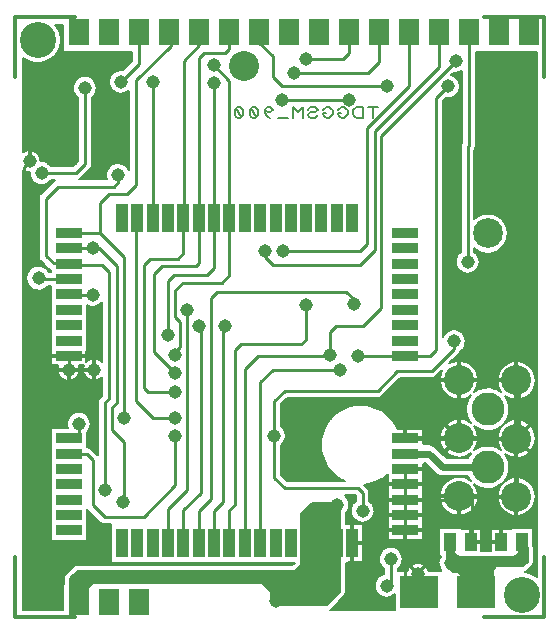
<source format=gbr>
%FSLAX23Y23*%
%MOIN*%
G04 EasyPC Gerber Version 13.0.2 Build 2807 *
%ADD97R,0.03937X0.09449*%
%ADD70R,0.04000X0.06000*%
%ADD15R,0.07000X0.08500*%
%ADD96R,0.08661X0.03543*%
%ADD10C,0.00500*%
%ADD27C,0.01100*%
%ADD11C,0.01200*%
%ADD28C,0.02300*%
%ADD26C,0.04500*%
%ADD19C,0.09900*%
%ADD18C,0.10000*%
%ADD23C,0.11000*%
%ADD16C,0.12000*%
%ADD71R,0.13000X0.11000*%
X0Y0D02*
D02*
D10*
X17052Y18498D02*
Y17033D01*
X17187*
Y17118*
X17190*
Y17138*
X17191Y17145*
X17195Y17152*
X17220Y17177*
X17227Y17181*
X17235Y17183*
X17951*
X17959Y17190*
X17346*
Y17320*
X17325*
X17319Y17320*
X17313Y17323*
X17308Y17326*
X17268Y17366*
X17267Y17368*
Y17262*
X17145*
Y17639*
X17202*
X17200Y17646*
X17200Y17653*
X17201Y17663*
X17205Y17673*
X17211Y17681*
X17220Y17687*
X17229Y17691*
X17240Y17692*
X17250Y17691*
X17260Y17687*
X17268Y17681*
X17274Y17673*
X17278Y17663*
X17280Y17653*
X17278Y17642*
X17274Y17632*
X17267Y17623*
Y17575*
X17274Y17573*
X17281Y17569*
X17301Y17549*
X17302Y17548*
Y17723*
X17302Y17728*
X17305Y17734*
X17308Y17739*
X17317Y17747*
Y17807*
X17309Y17801*
X17299Y17797*
X17289Y17796*
X17279Y17797*
X17270Y17801*
X17262Y17808*
X17256Y17817*
X17253Y17826*
X17253Y17837*
X17255Y17847*
X17239*
X17241Y17840*
X17242Y17833*
X17240Y17822*
X17236Y17812*
X17229Y17805*
X17220Y17799*
X17210Y17796*
X17199*
X17189Y17799*
X17180Y17805*
X17173Y17812*
X17169Y17822*
X17168Y17833*
X17168Y17840*
X17170Y17847*
X17148*
Y17895*
X17145*
Y18112*
X17137*
X17129Y18104*
X17119Y18098*
X17108Y18096*
X17096Y18097*
X17086Y18100*
X17076Y18107*
X17069Y18116*
X17065Y18126*
X17063Y18138*
X17064Y18148*
X17069Y18158*
X17075Y18167*
X17084Y18174*
X17094Y18178*
X17105Y18179*
X17116Y18178*
X17126Y18173*
X17134Y18167*
X17141Y18158*
X17145*
Y18165*
X17141Y18167*
X17137Y18170*
X17112Y18195*
X17108Y18200*
X17106Y18206*
X17105Y18213*
Y18403*
X17106Y18409*
X17108Y18415*
X17112Y18420*
X17152Y18460*
X17159Y18465*
X17147*
X17141Y18457*
X17132Y18452*
X17123Y18448*
X17112Y18448*
X17103Y18449*
X17093Y18454*
X17086Y18460*
X17080Y18468*
X17076Y18477*
X17075Y18488*
X17075Y18491*
X17067Y18491*
X17059Y18494*
X17052Y18498*
Y17034D02*
X17187D01*
X17052Y17037D02*
X17187D01*
X17052Y17040D02*
X17187D01*
X17052Y17043D02*
X17187D01*
X17052Y17046D02*
X17187D01*
X17052Y17049D02*
X17187D01*
X17052Y17052D02*
X17187D01*
X17052Y17055D02*
X17187D01*
X17052Y17058D02*
X17187D01*
X17052Y17061D02*
X17187D01*
X17052Y17064D02*
X17187D01*
X17052Y17067D02*
X17187D01*
X17052Y17070D02*
X17187D01*
X17052Y17073D02*
X17187D01*
X17052Y17076D02*
X17187D01*
X17052Y17079D02*
X17187D01*
X17052Y17082D02*
X17187D01*
X17052Y17085D02*
X17187D01*
X17052Y17088D02*
X17187D01*
X17052Y17091D02*
X17187D01*
X17052Y17094D02*
X17187D01*
X17052Y17097D02*
X17187D01*
X17052Y17100D02*
X17187D01*
X17052Y17103D02*
X17187D01*
X17052Y17106D02*
X17187D01*
X17052Y17109D02*
X17187D01*
X17052Y17112D02*
X17187D01*
X17052Y17115D02*
X17187D01*
X17052Y17118D02*
X17190D01*
X17052Y17121D02*
X17190D01*
X17052Y17124D02*
X17190D01*
X17052Y17127D02*
X17190D01*
X17052Y17130D02*
X17190D01*
X17052Y17133D02*
X17190D01*
X17052Y17136D02*
X17190D01*
X17052Y17139D02*
X17190D01*
X17052Y17142D02*
X17190D01*
X17052Y17145D02*
X17191D01*
X17052Y17148D02*
X17193D01*
X17052Y17151D02*
X17195D01*
X17052Y17154D02*
X17198D01*
X17052Y17157D02*
X17201D01*
X17052Y17160D02*
X17204D01*
X17052Y17163D02*
X17207D01*
X17052Y17166D02*
X17210D01*
X17052Y17169D02*
X17213D01*
X17052Y17172D02*
X17216D01*
X17052Y17175D02*
X17219D01*
X17052Y17178D02*
X17222D01*
X17052Y17181D02*
X17227D01*
X17052Y17184D02*
X17953D01*
X17052Y17187D02*
X17956D01*
X17052Y17190D02*
X17346D01*
X17052Y17193D02*
X17346D01*
X17052Y17196D02*
X17346D01*
X17052Y17199D02*
X17346D01*
X17052Y17202D02*
X17346D01*
X17052Y17205D02*
X17346D01*
X17052Y17208D02*
X17346D01*
X17052Y17211D02*
X17346D01*
X17052Y17214D02*
X17346D01*
X17052Y17217D02*
X17346D01*
X17052Y17220D02*
X17346D01*
X17052Y17223D02*
X17346D01*
X17052Y17226D02*
X17346D01*
X17052Y17229D02*
X17346D01*
X17052Y17232D02*
X17346D01*
X17052Y17235D02*
X17346D01*
X17052Y17238D02*
X17346D01*
X17052Y17241D02*
X17346D01*
X17052Y17244D02*
X17346D01*
X17052Y17247D02*
X17346D01*
X17052Y17250D02*
X17346D01*
X17052Y17253D02*
X17346D01*
X17052Y17256D02*
X17346D01*
X17052Y17259D02*
X17346D01*
X17052Y17262D02*
X17145D01*
X17267D02*
X17346D01*
X17052Y17265D02*
X17145D01*
X17267D02*
X17346D01*
X17052Y17268D02*
X17145D01*
X17267D02*
X17346D01*
X17052Y17271D02*
X17145D01*
X17267D02*
X17346D01*
X17052Y17274D02*
X17145D01*
X17267D02*
X17346D01*
X17052Y17277D02*
X17145D01*
X17267D02*
X17346D01*
X17052Y17280D02*
X17145D01*
X17267D02*
X17346D01*
X17052Y17283D02*
X17145D01*
X17267D02*
X17346D01*
X17052Y17286D02*
X17145D01*
X17267D02*
X17346D01*
X17052Y17289D02*
X17145D01*
X17267D02*
X17346D01*
X17052Y17292D02*
X17145D01*
X17267D02*
X17346D01*
X17052Y17295D02*
X17145D01*
X17267D02*
X17346D01*
X17052Y17298D02*
X17145D01*
X17267D02*
X17346D01*
X17052Y17301D02*
X17145D01*
X17267D02*
X17346D01*
X17052Y17304D02*
X17145D01*
X17267D02*
X17346D01*
X17052Y17307D02*
X17145D01*
X17267D02*
X17346D01*
X17052Y17310D02*
X17145D01*
X17267D02*
X17346D01*
X17052Y17313D02*
X17145D01*
X17267D02*
X17346D01*
X17052Y17316D02*
X17145D01*
X17267D02*
X17346D01*
X17052Y17319D02*
X17145D01*
X17267D02*
X17346D01*
X17052Y17322D02*
X17145D01*
X17267D02*
X17314D01*
X17052Y17325D02*
X17145D01*
X17267D02*
X17310D01*
X17052Y17328D02*
X17145D01*
X17267D02*
X17306D01*
X17052Y17331D02*
X17145D01*
X17267D02*
X17303D01*
X17052Y17334D02*
X17145D01*
X17267D02*
X17300D01*
X17052Y17337D02*
X17145D01*
X17267D02*
X17297D01*
X17052Y17340D02*
X17145D01*
X17267D02*
X17294D01*
X17052Y17343D02*
X17145D01*
X17267D02*
X17291D01*
X17052Y17346D02*
X17145D01*
X17267D02*
X17288D01*
X17052Y17349D02*
X17145D01*
X17267D02*
X17285D01*
X17052Y17352D02*
X17145D01*
X17267D02*
X17282D01*
X17052Y17355D02*
X17145D01*
X17267D02*
X17279D01*
X17052Y17358D02*
X17145D01*
X17267D02*
X17276D01*
X17052Y17361D02*
X17145D01*
X17267D02*
X17273D01*
X17052Y17364D02*
X17145D01*
X17267D02*
X17270D01*
X17052Y17367D02*
X17145D01*
X17267D02*
X17267D01*
X17052Y17370D02*
X17145D01*
X17052Y17373D02*
X17145D01*
X17052Y17376D02*
X17145D01*
X17052Y17379D02*
X17145D01*
X17052Y17382D02*
X17145D01*
X17052Y17385D02*
X17145D01*
X17052Y17388D02*
X17145D01*
X17052Y17391D02*
X17145D01*
X17052Y17394D02*
X17145D01*
X17052Y17397D02*
X17145D01*
X17052Y17400D02*
X17145D01*
X17052Y17403D02*
X17145D01*
X17052Y17406D02*
X17145D01*
X17052Y17409D02*
X17145D01*
X17052Y17412D02*
X17145D01*
X17052Y17415D02*
X17145D01*
X17052Y17418D02*
X17145D01*
X17052Y17421D02*
X17145D01*
X17052Y17424D02*
X17145D01*
X17052Y17427D02*
X17145D01*
X17052Y17430D02*
X17145D01*
X17052Y17433D02*
X17145D01*
X17052Y17436D02*
X17145D01*
X17052Y17439D02*
X17145D01*
X17052Y17442D02*
X17145D01*
X17052Y17445D02*
X17145D01*
X17052Y17448D02*
X17145D01*
X17052Y17451D02*
X17145D01*
X17052Y17454D02*
X17145D01*
X17052Y17457D02*
X17145D01*
X17052Y17460D02*
X17145D01*
X17052Y17463D02*
X17145D01*
X17052Y17466D02*
X17145D01*
X17052Y17469D02*
X17145D01*
X17052Y17472D02*
X17145D01*
X17052Y17475D02*
X17145D01*
X17052Y17478D02*
X17145D01*
X17052Y17481D02*
X17145D01*
X17052Y17484D02*
X17145D01*
X17052Y17487D02*
X17145D01*
X17052Y17490D02*
X17145D01*
X17052Y17493D02*
X17145D01*
X17052Y17496D02*
X17145D01*
X17052Y17499D02*
X17145D01*
X17052Y17502D02*
X17145D01*
X17052Y17505D02*
X17145D01*
X17052Y17508D02*
X17145D01*
X17052Y17511D02*
X17145D01*
X17052Y17514D02*
X17145D01*
X17052Y17517D02*
X17145D01*
X17052Y17520D02*
X17145D01*
X17052Y17523D02*
X17145D01*
X17052Y17526D02*
X17145D01*
X17052Y17529D02*
X17145D01*
X17052Y17532D02*
X17145D01*
X17052Y17535D02*
X17145D01*
X17052Y17538D02*
X17145D01*
X17052Y17541D02*
X17145D01*
X17052Y17544D02*
X17145D01*
X17052Y17547D02*
X17145D01*
X17052Y17550D02*
X17145D01*
X17299D02*
X17302D01*
X17052Y17553D02*
X17145D01*
X17296D02*
X17302D01*
X17052Y17556D02*
X17145D01*
X17293D02*
X17302D01*
X17052Y17559D02*
X17145D01*
X17290D02*
X17302D01*
X17052Y17562D02*
X17145D01*
X17287D02*
X17302D01*
X17052Y17565D02*
X17145D01*
X17284D02*
X17302D01*
X17052Y17568D02*
X17145D01*
X17281D02*
X17302D01*
X17052Y17571D02*
X17145D01*
X17278D02*
X17302D01*
X17052Y17574D02*
X17145D01*
X17272D02*
X17302D01*
X17052Y17577D02*
X17145D01*
X17267D02*
X17302D01*
X17052Y17580D02*
X17145D01*
X17267D02*
X17302D01*
X17052Y17583D02*
X17145D01*
X17267D02*
X17302D01*
X17052Y17586D02*
X17145D01*
X17267D02*
X17302D01*
X17052Y17589D02*
X17145D01*
X17267D02*
X17302D01*
X17052Y17592D02*
X17145D01*
X17267D02*
X17302D01*
X17052Y17595D02*
X17145D01*
X17267D02*
X17302D01*
X17052Y17598D02*
X17145D01*
X17267D02*
X17302D01*
X17052Y17601D02*
X17145D01*
X17267D02*
X17302D01*
X17052Y17604D02*
X17145D01*
X17267D02*
X17302D01*
X17052Y17607D02*
X17145D01*
X17267D02*
X17302D01*
X17052Y17610D02*
X17145D01*
X17267D02*
X17302D01*
X17052Y17613D02*
X17145D01*
X17267D02*
X17302D01*
X17052Y17616D02*
X17145D01*
X17267D02*
X17302D01*
X17052Y17619D02*
X17145D01*
X17267D02*
X17302D01*
X17052Y17622D02*
X17145D01*
X17267D02*
X17302D01*
X17052Y17625D02*
X17145D01*
X17269D02*
X17302D01*
X17052Y17628D02*
X17145D01*
X17271D02*
X17302D01*
X17052Y17631D02*
X17145D01*
X17273D02*
X17302D01*
X17052Y17634D02*
X17145D01*
X17275D02*
X17302D01*
X17052Y17637D02*
X17145D01*
X17277D02*
X17302D01*
X17052Y17640D02*
X17202D01*
X17278D02*
X17302D01*
X17052Y17643D02*
X17201D01*
X17278D02*
X17302D01*
X17052Y17646D02*
X17200D01*
X17279D02*
X17302D01*
X17052Y17649D02*
X17200D01*
X17279D02*
X17302D01*
X17052Y17652D02*
X17200D01*
X17280D02*
X17302D01*
X17052Y17655D02*
X17200D01*
X17279D02*
X17302D01*
X17052Y17658D02*
X17200D01*
X17279D02*
X17302D01*
X17052Y17661D02*
X17201D01*
X17279D02*
X17302D01*
X17052Y17664D02*
X17201D01*
X17278D02*
X17302D01*
X17052Y17667D02*
X17202D01*
X17277D02*
X17302D01*
X17052Y17670D02*
X17204D01*
X17275D02*
X17302D01*
X17052Y17673D02*
X17205D01*
X17274D02*
X17302D01*
X17052Y17676D02*
X17207D01*
X17272D02*
X17302D01*
X17052Y17679D02*
X17210D01*
X17269D02*
X17302D01*
X17052Y17682D02*
X17213D01*
X17266D02*
X17302D01*
X17052Y17685D02*
X17216D01*
X17263D02*
X17302D01*
X17052Y17688D02*
X17221D01*
X17258D02*
X17302D01*
X17052Y17691D02*
X17229D01*
X17250D02*
X17302D01*
X17052Y17694D02*
X17302D01*
X17052Y17697D02*
X17302D01*
X17052Y17700D02*
X17302D01*
X17052Y17703D02*
X17302D01*
X17052Y17706D02*
X17302D01*
X17052Y17709D02*
X17302D01*
X17052Y17712D02*
X17302D01*
X17052Y17715D02*
X17302D01*
X17052Y17718D02*
X17302D01*
X17052Y17721D02*
X17302D01*
X17052Y17724D02*
X17302D01*
X17052Y17727D02*
X17302D01*
X17052Y17730D02*
X17303D01*
X17052Y17733D02*
X17304D01*
X17052Y17736D02*
X17306D01*
X17052Y17739D02*
X17309D01*
X17052Y17742D02*
X17312D01*
X17052Y17745D02*
X17315D01*
X17052Y17748D02*
X17317D01*
X17052Y17751D02*
X17317D01*
X17052Y17754D02*
X17317D01*
X17052Y17757D02*
X17317D01*
X17052Y17760D02*
X17317D01*
X17052Y17763D02*
X17317D01*
X17052Y17766D02*
X17317D01*
X17052Y17769D02*
X17317D01*
X17052Y17772D02*
X17317D01*
X17052Y17775D02*
X17317D01*
X17052Y17778D02*
X17317D01*
X17052Y17781D02*
X17317D01*
X17052Y17784D02*
X17317D01*
X17052Y17787D02*
X17317D01*
X17052Y17790D02*
X17317D01*
X17052Y17793D02*
X17317D01*
X17052Y17796D02*
X17198D01*
X17211D02*
X17283D01*
X17296D02*
X17317D01*
X17052Y17799D02*
X17189D01*
X17221D02*
X17274D01*
X17306D02*
X17317D01*
X17052Y17802D02*
X17183D01*
X17226D02*
X17268D01*
X17311D02*
X17317D01*
X17052Y17805D02*
X17180D01*
X17229D02*
X17265D01*
X17314D02*
X17317D01*
X17052Y17808D02*
X17177D01*
X17232D02*
X17262D01*
X17052Y17811D02*
X17174D01*
X17235D02*
X17259D01*
X17052Y17814D02*
X17172D01*
X17237D02*
X17257D01*
X17052Y17817D02*
X17171D01*
X17238D02*
X17256D01*
X17052Y17820D02*
X17170D01*
X17239D02*
X17255D01*
X17052Y17823D02*
X17169D01*
X17240D02*
X17254D01*
X17052Y17826D02*
X17168D01*
X17241D02*
X17253D01*
X17052Y17829D02*
X17168D01*
X17241D02*
X17253D01*
X17052Y17832D02*
X17168D01*
X17242D02*
X17253D01*
X17052Y17835D02*
X17168D01*
X17241D02*
X17253D01*
X17052Y17838D02*
X17168D01*
X17241D02*
X17253D01*
X17052Y17841D02*
X17169D01*
X17241D02*
X17254D01*
X17052Y17844D02*
X17169D01*
X17240D02*
X17254D01*
X17052Y17847D02*
X17148D01*
X17052Y17850D02*
X17148D01*
X17052Y17853D02*
X17148D01*
X17052Y17856D02*
X17148D01*
X17052Y17859D02*
X17148D01*
X17052Y17862D02*
X17148D01*
X17052Y17865D02*
X17148D01*
X17052Y17868D02*
X17148D01*
X17052Y17871D02*
X17148D01*
X17052Y17874D02*
X17148D01*
X17052Y17877D02*
X17148D01*
X17052Y17880D02*
X17148D01*
X17052Y17883D02*
X17148D01*
X17052Y17886D02*
X17148D01*
X17052Y17889D02*
X17148D01*
X17052Y17892D02*
X17148D01*
X17052Y17895D02*
X17145D01*
X17052Y17898D02*
X17145D01*
X17052Y17901D02*
X17145D01*
X17052Y17904D02*
X17145D01*
X17052Y17907D02*
X17145D01*
X17052Y17910D02*
X17145D01*
X17052Y17913D02*
X17145D01*
X17052Y17916D02*
X17145D01*
X17052Y17919D02*
X17145D01*
X17052Y17922D02*
X17145D01*
X17052Y17925D02*
X17145D01*
X17052Y17928D02*
X17145D01*
X17052Y17931D02*
X17145D01*
X17052Y17934D02*
X17145D01*
X17052Y17937D02*
X17145D01*
X17052Y17940D02*
X17145D01*
X17052Y17943D02*
X17145D01*
X17052Y17946D02*
X17145D01*
X17052Y17949D02*
X17145D01*
X17052Y17952D02*
X17145D01*
X17052Y17955D02*
X17145D01*
X17052Y17958D02*
X17145D01*
X17052Y17961D02*
X17145D01*
X17052Y17964D02*
X17145D01*
X17052Y17967D02*
X17145D01*
X17052Y17970D02*
X17145D01*
X17052Y17973D02*
X17145D01*
X17052Y17976D02*
X17145D01*
X17052Y17979D02*
X17145D01*
X17052Y17982D02*
X17145D01*
X17052Y17985D02*
X17145D01*
X17052Y17988D02*
X17145D01*
X17052Y17991D02*
X17145D01*
X17052Y17994D02*
X17145D01*
X17052Y17997D02*
X17145D01*
X17052Y18000D02*
X17145D01*
X17052Y18003D02*
X17145D01*
X17052Y18006D02*
X17145D01*
X17052Y18009D02*
X17145D01*
X17052Y18012D02*
X17145D01*
X17052Y18015D02*
X17145D01*
X17052Y18018D02*
X17145D01*
X17052Y18021D02*
X17145D01*
X17052Y18024D02*
X17145D01*
X17052Y18027D02*
X17145D01*
X17052Y18030D02*
X17145D01*
X17052Y18033D02*
X17145D01*
X17052Y18036D02*
X17145D01*
X17052Y18039D02*
X17145D01*
X17052Y18042D02*
X17145D01*
X17052Y18045D02*
X17145D01*
X17052Y18048D02*
X17145D01*
X17052Y18051D02*
X17145D01*
X17052Y18054D02*
X17145D01*
X17052Y18057D02*
X17145D01*
X17052Y18060D02*
X17145D01*
X17052Y18063D02*
X17145D01*
X17052Y18066D02*
X17145D01*
X17052Y18069D02*
X17145D01*
X17052Y18072D02*
X17145D01*
X17052Y18075D02*
X17145D01*
X17052Y18078D02*
X17145D01*
X17052Y18081D02*
X17145D01*
X17052Y18084D02*
X17145D01*
X17052Y18087D02*
X17145D01*
X17052Y18090D02*
X17145D01*
X17052Y18093D02*
X17145D01*
X17052Y18096D02*
X17101D01*
X17109D02*
X17145D01*
X17052Y18099D02*
X17089D01*
X17121D02*
X17145D01*
X17052Y18102D02*
X17083D01*
X17126D02*
X17145D01*
X17052Y18105D02*
X17078D01*
X17131D02*
X17145D01*
X17052Y18108D02*
X17075D01*
X17134D02*
X17145D01*
X17052Y18111D02*
X17072D01*
X17137D02*
X17145D01*
X17052Y18114D02*
X17070D01*
X17052Y18117D02*
X17068D01*
X17052Y18120D02*
X17067D01*
X17052Y18123D02*
X17066D01*
X17052Y18126D02*
X17065D01*
X17052Y18129D02*
X17064D01*
X17052Y18132D02*
X17063D01*
X17052Y18135D02*
X17063D01*
X17052Y18138D02*
X17063D01*
X17052Y18141D02*
X17063D01*
X17052Y18144D02*
X17064D01*
X17052Y18147D02*
X17064D01*
X17052Y18150D02*
X17065D01*
X17052Y18153D02*
X17066D01*
X17052Y18156D02*
X17067D01*
X17052Y18159D02*
X17069D01*
X17140D02*
X17145D01*
X17052Y18162D02*
X17071D01*
X17138D02*
X17145D01*
X17052Y18165D02*
X17074D01*
X17136D02*
X17144D01*
X17052Y18168D02*
X17076D01*
X17133D02*
X17139D01*
X17052Y18171D02*
X17080D01*
X17129D02*
X17136D01*
X17052Y18174D02*
X17085D01*
X17124D02*
X17133D01*
X17052Y18177D02*
X17092D01*
X17117D02*
X17130D01*
X17052Y18180D02*
X17127D01*
X17052Y18183D02*
X17124D01*
X17052Y18186D02*
X17121D01*
X17052Y18189D02*
X17118D01*
X17052Y18192D02*
X17115D01*
X17052Y18195D02*
X17112D01*
X17052Y18198D02*
X17110D01*
X17052Y18201D02*
X17108D01*
X17052Y18204D02*
X17106D01*
X17052Y18207D02*
X17106D01*
X17052Y18210D02*
X17105D01*
X17052Y18213D02*
X17105D01*
X17052Y18216D02*
X17105D01*
X17052Y18219D02*
X17105D01*
X17052Y18222D02*
X17105D01*
X17052Y18225D02*
X17105D01*
X17052Y18228D02*
X17105D01*
X17052Y18231D02*
X17105D01*
X17052Y18234D02*
X17105D01*
X17052Y18237D02*
X17105D01*
X17052Y18240D02*
X17105D01*
X17052Y18243D02*
X17105D01*
X17052Y18246D02*
X17105D01*
X17052Y18249D02*
X17105D01*
X17052Y18252D02*
X17105D01*
X17052Y18255D02*
X17105D01*
X17052Y18258D02*
X17105D01*
X17052Y18261D02*
X17105D01*
X17052Y18264D02*
X17105D01*
X17052Y18267D02*
X17105D01*
X17052Y18270D02*
X17105D01*
X17052Y18273D02*
X17105D01*
X17052Y18276D02*
X17105D01*
X17052Y18279D02*
X17105D01*
X17052Y18282D02*
X17105D01*
X17052Y18285D02*
X17105D01*
X17052Y18288D02*
X17105D01*
X17052Y18291D02*
X17105D01*
X17052Y18294D02*
X17105D01*
X17052Y18297D02*
X17105D01*
X17052Y18300D02*
X17105D01*
X17052Y18303D02*
X17105D01*
X17052Y18306D02*
X17105D01*
X17052Y18309D02*
X17105D01*
X17052Y18312D02*
X17105D01*
X17052Y18315D02*
X17105D01*
X17052Y18318D02*
X17105D01*
X17052Y18321D02*
X17105D01*
X17052Y18324D02*
X17105D01*
X17052Y18327D02*
X17105D01*
X17052Y18330D02*
X17105D01*
X17052Y18333D02*
X17105D01*
X17052Y18336D02*
X17105D01*
X17052Y18339D02*
X17105D01*
X17052Y18342D02*
X17105D01*
X17052Y18345D02*
X17105D01*
X17052Y18348D02*
X17105D01*
X17052Y18351D02*
X17105D01*
X17052Y18354D02*
X17105D01*
X17052Y18357D02*
X17105D01*
X17052Y18360D02*
X17105D01*
X17052Y18363D02*
X17105D01*
X17052Y18366D02*
X17105D01*
X17052Y18369D02*
X17105D01*
X17052Y18372D02*
X17105D01*
X17052Y18375D02*
X17105D01*
X17052Y18378D02*
X17105D01*
X17052Y18381D02*
X17105D01*
X17052Y18384D02*
X17105D01*
X17052Y18387D02*
X17105D01*
X17052Y18390D02*
X17105D01*
X17052Y18393D02*
X17105D01*
X17052Y18396D02*
X17105D01*
X17052Y18399D02*
X17105D01*
X17052Y18402D02*
X17105D01*
X17052Y18405D02*
X17105D01*
X17052Y18408D02*
X17106D01*
X17052Y18411D02*
X17107D01*
X17052Y18414D02*
X17108D01*
X17052Y18417D02*
X17110D01*
X17052Y18420D02*
X17112D01*
X17052Y18423D02*
X17115D01*
X17052Y18426D02*
X17118D01*
X17052Y18429D02*
X17121D01*
X17052Y18432D02*
X17124D01*
X17052Y18435D02*
X17127D01*
X17052Y18438D02*
X17130D01*
X17052Y18441D02*
X17133D01*
X17052Y18444D02*
X17136D01*
X17052Y18447D02*
X17139D01*
X17052Y18450D02*
X17100D01*
X17129D02*
X17142D01*
X17052Y18453D02*
X17094D01*
X17135D02*
X17145D01*
X17052Y18456D02*
X17090D01*
X17139D02*
X17148D01*
X17052Y18459D02*
X17086D01*
X17143D02*
X17151D01*
X17052Y18462D02*
X17084D01*
X17145D02*
X17155D01*
X17052Y18465D02*
X17081D01*
X17052Y18468D02*
X17080D01*
X17052Y18471D02*
X17078D01*
X17052Y18474D02*
X17077D01*
X17052Y18477D02*
X17076D01*
X17052Y18480D02*
X17075D01*
X17052Y18483D02*
X17075D01*
X17052Y18486D02*
X17075D01*
X17052Y18489D02*
X17075D01*
X17052Y18492D02*
X17064D01*
X17052Y18495D02*
X17057D01*
X17185Y18983D02*
X17161D01*
X17170Y18970*
X17176Y18956*
X17179Y18941*
X17179Y18925*
X17176Y18910*
X17171Y18896*
X17162Y18883*
X17151Y18873*
X17138Y18864*
X17124Y18858*
X17109Y18855*
X17094Y18855*
X17079Y18859*
X17065Y18865*
X17052Y18873*
Y18557*
X17061Y18562*
X17071Y18564*
X17081Y18564*
X17091Y18561*
X17099Y18555*
X17106Y18547*
X17110Y18538*
X17112Y18528*
Y18527*
X17122Y18527*
X17132Y18524*
X17140Y18518*
X17147Y18511*
X17220*
X17237Y18527*
Y18740*
X17229Y18746*
X17224Y18754*
X17221Y18763*
X17220Y18773*
X17221Y18783*
X17225Y18793*
X17231Y18801*
X17240Y18807*
X17249Y18811*
X17260Y18813*
X17270Y18811*
X17280Y18807*
X17288Y18801*
X17294Y18793*
X17298Y18783*
X17300Y18773*
X17298Y18763*
X17295Y18754*
X17290Y18746*
X17283Y18740*
Y18517*
X17282Y18512*
X17279Y18506*
X17276Y18501*
X17246Y18471*
X17240Y18467*
X17333*
X17330Y18475*
X17330Y18483*
X17331Y18493*
X17335Y18503*
X17342Y18512*
X17351Y18518*
X17362Y18522*
X17373Y18522*
X17383Y18520*
X17393Y18515*
X17401Y18507*
X17407Y18498*
Y18763*
X17398Y18757*
X17389Y18754*
X17378Y18753*
X17368Y18754*
X17359Y18758*
X17351Y18765*
X17345Y18773*
X17341Y18782*
X17340Y18793*
X17341Y18802*
X17344Y18812*
X17350Y18820*
X17358Y18826*
X17367Y18830*
X17377Y18832*
X17386Y18832*
X17417Y18862*
Y18892*
X17185*
Y18983*
X17244Y18470D02*
X17332D01*
X17247Y18473D02*
X17331D01*
X17250Y18476D02*
X17330D01*
X17253Y18479D02*
X17330D01*
X17256Y18482D02*
X17330D01*
X17259Y18485D02*
X17330D01*
X17262Y18488D02*
X17330D01*
X17265Y18491D02*
X17330D01*
X17268Y18494D02*
X17331D01*
X17271Y18497D02*
X17332D01*
X17274Y18500D02*
X17333D01*
X17406D02*
X17407D01*
X17277Y18503D02*
X17335D01*
X17404D02*
X17407D01*
X17279Y18506D02*
X17337D01*
X17402D02*
X17407D01*
X17281Y18509D02*
X17339D01*
X17400D02*
X17407D01*
X17147Y18512D02*
X17221D01*
X17282D02*
X17342D01*
X17397D02*
X17407D01*
X17144Y18515D02*
X17224D01*
X17282D02*
X17346D01*
X17394D02*
X17407D01*
X17141Y18517D02*
X17227D01*
X17283D02*
X17350D01*
X17389D02*
X17407D01*
X17137Y18520D02*
X17230D01*
X17283D02*
X17357D01*
X17382D02*
X17407D01*
X17132Y18524D02*
X17233D01*
X17283D02*
X17407D01*
X17123Y18527D02*
X17236D01*
X17283D02*
X17407D01*
X17112Y18530D02*
X17237D01*
X17283D02*
X17407D01*
X17111Y18533D02*
X17237D01*
X17283D02*
X17407D01*
X17111Y18536D02*
X17237D01*
X17283D02*
X17407D01*
X17110Y18539D02*
X17237D01*
X17283D02*
X17407D01*
X17109Y18542D02*
X17237D01*
X17283D02*
X17407D01*
X17107Y18545D02*
X17237D01*
X17283D02*
X17407D01*
X17106Y18548D02*
X17237D01*
X17283D02*
X17407D01*
X17104Y18551D02*
X17237D01*
X17283D02*
X17407D01*
X17101Y18554D02*
X17237D01*
X17283D02*
X17407D01*
X17098Y18557D02*
X17237D01*
X17283D02*
X17407D01*
X17052Y18560D02*
X17056D01*
X17093D02*
X17237D01*
X17283D02*
X17407D01*
X17052Y18563D02*
X17063D01*
X17087D02*
X17237D01*
X17283D02*
X17407D01*
X17052Y18566D02*
X17237D01*
X17283D02*
X17407D01*
X17052Y18569D02*
X17237D01*
X17283D02*
X17407D01*
X17052Y18572D02*
X17237D01*
X17283D02*
X17407D01*
X17052Y18575D02*
X17237D01*
X17283D02*
X17407D01*
X17052Y18578D02*
X17237D01*
X17283D02*
X17407D01*
X17052Y18581D02*
X17237D01*
X17283D02*
X17407D01*
X17052Y18584D02*
X17237D01*
X17283D02*
X17407D01*
X17052Y18587D02*
X17237D01*
X17283D02*
X17407D01*
X17052Y18590D02*
X17237D01*
X17283D02*
X17407D01*
X17052Y18593D02*
X17237D01*
X17283D02*
X17407D01*
X17052Y18596D02*
X17237D01*
X17283D02*
X17407D01*
X17052Y18599D02*
X17237D01*
X17283D02*
X17407D01*
X17052Y18602D02*
X17237D01*
X17283D02*
X17407D01*
X17052Y18605D02*
X17237D01*
X17283D02*
X17407D01*
X17052Y18608D02*
X17237D01*
X17283D02*
X17407D01*
X17052Y18611D02*
X17237D01*
X17283D02*
X17407D01*
X17052Y18614D02*
X17237D01*
X17283D02*
X17407D01*
X17052Y18617D02*
X17237D01*
X17283D02*
X17407D01*
X17052Y18620D02*
X17237D01*
X17283D02*
X17407D01*
X17052Y18623D02*
X17237D01*
X17283D02*
X17407D01*
X17052Y18626D02*
X17237D01*
X17283D02*
X17407D01*
X17052Y18629D02*
X17237D01*
X17283D02*
X17407D01*
X17052Y18632D02*
X17237D01*
X17283D02*
X17407D01*
X17052Y18635D02*
X17237D01*
X17283D02*
X17407D01*
X17052Y18638D02*
X17237D01*
X17283D02*
X17407D01*
X17052Y18641D02*
X17237D01*
X17283D02*
X17407D01*
X17052Y18644D02*
X17237D01*
X17283D02*
X17407D01*
X17052Y18647D02*
X17237D01*
X17283D02*
X17407D01*
X17052Y18650D02*
X17237D01*
X17283D02*
X17407D01*
X17052Y18653D02*
X17237D01*
X17283D02*
X17407D01*
X17052Y18656D02*
X17237D01*
X17283D02*
X17407D01*
X17052Y18659D02*
X17237D01*
X17283D02*
X17407D01*
X17052Y18662D02*
X17237D01*
X17283D02*
X17407D01*
X17052Y18665D02*
X17237D01*
X17283D02*
X17407D01*
X17052Y18668D02*
X17237D01*
X17283D02*
X17407D01*
X17052Y18671D02*
X17237D01*
X17283D02*
X17407D01*
X17052Y18674D02*
X17237D01*
X17283D02*
X17407D01*
X17052Y18677D02*
X17237D01*
X17283D02*
X17407D01*
X17052Y18680D02*
X17237D01*
X17283D02*
X17407D01*
X17052Y18683D02*
X17237D01*
X17283D02*
X17407D01*
X17052Y18686D02*
X17237D01*
X17283D02*
X17407D01*
X17052Y18689D02*
X17237D01*
X17283D02*
X17407D01*
X17052Y18692D02*
X17237D01*
X17283D02*
X17407D01*
X17052Y18695D02*
X17237D01*
X17283D02*
X17407D01*
X17052Y18698D02*
X17237D01*
X17283D02*
X17407D01*
X17052Y18701D02*
X17237D01*
X17283D02*
X17407D01*
X17052Y18703D02*
X17237D01*
X17283D02*
X17407D01*
X17052Y18707D02*
X17237D01*
X17283D02*
X17407D01*
X17052Y18710D02*
X17237D01*
X17283D02*
X17407D01*
X17052Y18713D02*
X17237D01*
X17283D02*
X17407D01*
X17052Y18715D02*
X17237D01*
X17283D02*
X17407D01*
X17052Y18719D02*
X17237D01*
X17283D02*
X17407D01*
X17052Y18721D02*
X17237D01*
X17283D02*
X17407D01*
X17052Y18725D02*
X17237D01*
X17283D02*
X17407D01*
X17052Y18727D02*
X17237D01*
X17283D02*
X17407D01*
X17052Y18731D02*
X17237D01*
X17283D02*
X17407D01*
X17052Y18734D02*
X17237D01*
X17283D02*
X17407D01*
X17052Y18737D02*
X17237D01*
X17283D02*
X17407D01*
X17052Y18740D02*
X17237D01*
X17283D02*
X17407D01*
X17052Y18743D02*
X17233D01*
X17286D02*
X17407D01*
X17052Y18745D02*
X17230D01*
X17289D02*
X17407D01*
X17052Y18749D02*
X17228D01*
X17292D02*
X17407D01*
X17052Y18752D02*
X17226D01*
X17294D02*
X17407D01*
X17052Y18755D02*
X17224D01*
X17295D02*
X17367D01*
X17392D02*
X17407D01*
X17052Y18758D02*
X17222D01*
X17297D02*
X17360D01*
X17399D02*
X17407D01*
X17052Y18761D02*
X17221D01*
X17298D02*
X17356D01*
X17404D02*
X17407D01*
X17052Y18764D02*
X17221D01*
X17299D02*
X17352D01*
X17052Y18767D02*
X17220D01*
X17299D02*
X17349D01*
X17052Y18770D02*
X17220D01*
X17299D02*
X17347D01*
X17052Y18773D02*
X17220D01*
X17300D02*
X17345D01*
X17052Y18776D02*
X17220D01*
X17299D02*
X17343D01*
X17052Y18779D02*
X17220D01*
X17299D02*
X17342D01*
X17052Y18782D02*
X17221D01*
X17299D02*
X17341D01*
X17052Y18785D02*
X17221D01*
X17298D02*
X17340D01*
X17052Y18788D02*
X17222D01*
X17297D02*
X17340D01*
X17052Y18791D02*
X17224D01*
X17295D02*
X17340D01*
X17052Y18794D02*
X17226D01*
X17294D02*
X17340D01*
X17052Y18797D02*
X17228D01*
X17292D02*
X17340D01*
X17052Y18800D02*
X17230D01*
X17289D02*
X17340D01*
X17052Y18802D02*
X17233D01*
X17286D02*
X17341D01*
X17052Y18805D02*
X17237D01*
X17282D02*
X17342D01*
X17052Y18809D02*
X17242D01*
X17277D02*
X17343D01*
X17052Y18812D02*
X17251D01*
X17268D02*
X17344D01*
X17052Y18815D02*
X17346D01*
X17052Y18817D02*
X17348D01*
X17052Y18820D02*
X17351D01*
X17052Y18824D02*
X17354D01*
X17052Y18827D02*
X17359D01*
X17052Y18830D02*
X17364D01*
X17052Y18833D02*
X17387D01*
X17052Y18836D02*
X17390D01*
X17052Y18839D02*
X17393D01*
X17052Y18842D02*
X17396D01*
X17052Y18845D02*
X17399D01*
X17052Y18848D02*
X17402D01*
X17052Y18851D02*
X17405D01*
X17052Y18854D02*
X17408D01*
X17052Y18857D02*
X17087D01*
X17117D02*
X17411D01*
X17052Y18860D02*
X17076D01*
X17128D02*
X17414D01*
X17052Y18863D02*
X17069D01*
X17135D02*
X17417D01*
X17052Y18866D02*
X17063D01*
X17141D02*
X17417D01*
X17052Y18869D02*
X17058D01*
X17146D02*
X17417D01*
X17052Y18872D02*
X17054D01*
X17150D02*
X17417D01*
X17153Y18875D02*
X17417D01*
X17157Y18878D02*
X17417D01*
X17160Y18881D02*
X17417D01*
X17162Y18884D02*
X17417D01*
X17164Y18887D02*
X17417D01*
X17167Y18890D02*
X17417D01*
X17168Y18892D02*
X17185D01*
X17170Y18895D02*
X17185D01*
X17172Y18899D02*
X17185D01*
X17173Y18902D02*
X17185D01*
X17174Y18905D02*
X17185D01*
X17175Y18908D02*
X17185D01*
X17176Y18911D02*
X17185D01*
X17177Y18914D02*
X17185D01*
X17178Y18917D02*
X17185D01*
X17178Y18920D02*
X17185D01*
X17179Y18923D02*
X17185D01*
X17179Y18926D02*
X17185D01*
X17179Y18929D02*
X17185D01*
X17180Y18932D02*
X17185D01*
X17180Y18935D02*
X17185D01*
X17179Y18938D02*
X17185D01*
X17179Y18941D02*
X17185D01*
X17179Y18944D02*
X17185D01*
X17178Y18947D02*
X17185D01*
X17178Y18950D02*
X17185D01*
X17177Y18953D02*
X17185D01*
X17176Y18956D02*
X17185D01*
X17175Y18959D02*
X17185D01*
X17174Y18962D02*
X17185D01*
X17173Y18965D02*
X17185D01*
X17171Y18968D02*
X17185D01*
X17170Y18971D02*
X17185D01*
X17168Y18974D02*
X17185D01*
X17166Y18977D02*
X17185D01*
X17164Y18980D02*
X17185D01*
X17264Y17859D02*
X17271Y17865D01*
X17281Y17868*
X17290Y17869*
X17300Y17868*
X17309Y17864*
X17317Y17858*
Y18059*
X17309Y18051*
X17299Y18045*
X17288Y18043*
X17277Y18043*
X17267Y18047*
Y17895*
X17264*
Y17859*
X17316D02*
X17317D01*
X17264Y17862D02*
X17267D01*
X17312D02*
X17317D01*
X17264Y17865D02*
X17272D01*
X17308D02*
X17317D01*
X17264Y17868D02*
X17279D01*
X17300D02*
X17317D01*
X17264Y17871D02*
X17317D01*
X17264Y17874D02*
X17317D01*
X17264Y17877D02*
X17317D01*
X17264Y17880D02*
X17317D01*
X17264Y17883D02*
X17317D01*
X17264Y17886D02*
X17317D01*
X17264Y17889D02*
X17317D01*
X17264Y17892D02*
X17317D01*
X17267Y17895D02*
X17317D01*
X17267Y17898D02*
X17317D01*
X17267Y17901D02*
X17317D01*
X17267Y17904D02*
X17317D01*
X17267Y17907D02*
X17317D01*
X17267Y17910D02*
X17317D01*
X17267Y17913D02*
X17317D01*
X17267Y17916D02*
X17317D01*
X17267Y17919D02*
X17317D01*
X17267Y17922D02*
X17317D01*
X17267Y17925D02*
X17317D01*
X17267Y17928D02*
X17317D01*
X17267Y17931D02*
X17317D01*
X17267Y17934D02*
X17317D01*
X17267Y17937D02*
X17317D01*
X17267Y17940D02*
X17317D01*
X17267Y17943D02*
X17317D01*
X17267Y17946D02*
X17317D01*
X17267Y17949D02*
X17317D01*
X17267Y17952D02*
X17317D01*
X17267Y17955D02*
X17317D01*
X17267Y17958D02*
X17317D01*
X17267Y17961D02*
X17317D01*
X17267Y17964D02*
X17317D01*
X17267Y17967D02*
X17317D01*
X17267Y17970D02*
X17317D01*
X17267Y17973D02*
X17317D01*
X17267Y17976D02*
X17317D01*
X17267Y17979D02*
X17317D01*
X17267Y17982D02*
X17317D01*
X17267Y17985D02*
X17317D01*
X17267Y17988D02*
X17317D01*
X17267Y17991D02*
X17317D01*
X17267Y17994D02*
X17317D01*
X17267Y17997D02*
X17317D01*
X17267Y18000D02*
X17317D01*
X17267Y18003D02*
X17317D01*
X17267Y18006D02*
X17317D01*
X17267Y18009D02*
X17317D01*
X17267Y18012D02*
X17317D01*
X17267Y18015D02*
X17317D01*
X17267Y18018D02*
X17317D01*
X17267Y18021D02*
X17317D01*
X17267Y18024D02*
X17317D01*
X17267Y18027D02*
X17317D01*
X17267Y18030D02*
X17317D01*
X17267Y18033D02*
X17317D01*
X17267Y18036D02*
X17317D01*
X17267Y18039D02*
X17317D01*
X17267Y18042D02*
X17317D01*
X17267Y18045D02*
X17271D01*
X17298D02*
X17317D01*
X17305Y18048D02*
X17317D01*
X17309Y18051D02*
X17317D01*
X17313Y18054D02*
X17317D01*
X17315Y18057D02*
X17317D01*
X17913Y17580D02*
Y17482D01*
X17934Y17461*
X18126*
X18109Y17470*
X18093Y17481*
X18079Y17494*
X18068Y17510*
X18059Y17527*
X18052Y17545*
X18048Y17563*
X18046Y17583*
X18048Y17602*
X18052Y17621*
X18059Y17639*
X18068Y17655*
X18080Y17671*
X18093Y17684*
X18109Y17695*
X18125Y17704*
X18143Y17711*
X18162Y17715*
X18181Y17716*
X18200Y17714*
X18218Y17710*
X18236Y17703*
X18253Y17694*
X18268Y17682*
X18281Y17669*
X18293Y17653*
X18302Y17636*
X18386*
Y17588*
X18389*
Y17584*
X18407*
X18414Y17583*
X18422Y17580*
X18428Y17575*
X18465Y17538*
X18536*
X18541Y17546*
X18546Y17554*
X18535Y17547*
X18523Y17542*
X18510Y17540*
X18497Y17541*
X18484Y17544*
X18472Y17550*
X18462Y17558*
X18453Y17568*
X18447Y17579*
X18443Y17592*
X18442Y17605*
X18443Y17618*
X18447Y17630*
X18453Y17642*
X18462Y17652*
X18472Y17660*
X18484Y17665*
X18496Y17669*
X18509Y17669*
X18522Y17667*
X18535Y17663*
X18546Y17656*
X18538Y17667*
X18532Y17681*
X18530Y17695*
X18530Y17709*
X18533Y17723*
X18538Y17736*
X18546Y17748*
X18535Y17740*
X18522Y17736*
X18508Y17734*
X18494Y17735*
X18481Y17739*
X18469Y17745*
X18459Y17754*
X18451Y17765*
X18445Y17778*
X18442Y17791*
X18442Y17805*
X18445Y17818*
X18450Y17831*
X18431Y17811*
X18426Y17808*
X18421Y17805*
X18415Y17805*
X18309*
X18251Y17746*
X18246Y17743*
X18241Y17740*
X18235Y17740*
X17934*
X17913Y17718*
Y17645*
X17921Y17638*
X17926Y17628*
X17929Y17618*
Y17607*
X17926Y17597*
X17921Y17587*
X17913Y17580*
X17932Y17463D02*
X18121D01*
X17929Y17466D02*
X18115D01*
X17926Y17469D02*
X18110D01*
X17923Y17472D02*
X18105D01*
X17920Y17475D02*
X18101D01*
X17917Y17478D02*
X18097D01*
X17914Y17481D02*
X18093D01*
X17913Y17484D02*
X18090D01*
X17913Y17487D02*
X18087D01*
X17913Y17490D02*
X18084D01*
X17913Y17493D02*
X18081D01*
X17913Y17496D02*
X18078D01*
X17913Y17499D02*
X18076D01*
X17913Y17502D02*
X18073D01*
X17913Y17505D02*
X18071D01*
X17913Y17508D02*
X18069D01*
X17913Y17511D02*
X18067D01*
X17913Y17514D02*
X18065D01*
X17913Y17517D02*
X18064D01*
X17913Y17520D02*
X18062D01*
X17913Y17523D02*
X18060D01*
X17913Y17526D02*
X18059D01*
X17913Y17529D02*
X18058D01*
X17913Y17532D02*
X18056D01*
X17913Y17535D02*
X18055D01*
X17913Y17538D02*
X18054D01*
X17913Y17541D02*
X18053D01*
X18462D02*
X18498D01*
X18514D02*
X18537D01*
X17913Y17544D02*
X18052D01*
X18459D02*
X18485D01*
X18527D02*
X18539D01*
X17913Y17547D02*
X18051D01*
X18456D02*
X18478D01*
X18534D02*
X18541D01*
X17913Y17550D02*
X18050D01*
X18453D02*
X18472D01*
X18540D02*
X18543D01*
X17913Y17553D02*
X18050D01*
X18450D02*
X18468D01*
X18544D02*
X18545D01*
X17913Y17556D02*
X18049D01*
X18447D02*
X18464D01*
X17913Y17559D02*
X18048D01*
X18444D02*
X18461D01*
X17913Y17562D02*
X18048D01*
X18441D02*
X18458D01*
X17913Y17565D02*
X18047D01*
X18438D02*
X18455D01*
X17913Y17568D02*
X18047D01*
X18435D02*
X18453D01*
X17913Y17571D02*
X18047D01*
X18432D02*
X18451D01*
X17913Y17574D02*
X18047D01*
X18429D02*
X18449D01*
X17913Y17577D02*
X18046D01*
X18426D02*
X18448D01*
X17913Y17580D02*
X18046D01*
X18421D02*
X18447D01*
X17916Y17583D02*
X18046D01*
X18414D02*
X18445D01*
X17919Y17586D02*
X18046D01*
X18389D02*
X18444D01*
X17922Y17589D02*
X18046D01*
X18386D02*
X18444D01*
X17924Y17592D02*
X18047D01*
X18386D02*
X18443D01*
X17925Y17595D02*
X18047D01*
X18386D02*
X18442D01*
X17927Y17598D02*
X18047D01*
X18386D02*
X18442D01*
X17928Y17601D02*
X18047D01*
X18386D02*
X18442D01*
X17929Y17604D02*
X18048D01*
X18386D02*
X18442D01*
X17929Y17607D02*
X18048D01*
X18386D02*
X18442D01*
X17929Y17610D02*
X18049D01*
X18386D02*
X18442D01*
X17930Y17613D02*
X18050D01*
X18386D02*
X18442D01*
X17929Y17616D02*
X18050D01*
X18386D02*
X18442D01*
X17929Y17619D02*
X18051D01*
X18386D02*
X18443D01*
X17928Y17622D02*
X18052D01*
X18386D02*
X18444D01*
X17928Y17625D02*
X18053D01*
X18386D02*
X18445D01*
X17927Y17628D02*
X18054D01*
X18386D02*
X18446D01*
X17925Y17631D02*
X18055D01*
X18386D02*
X18447D01*
X17923Y17634D02*
X18056D01*
X18386D02*
X18448D01*
X17921Y17637D02*
X18058D01*
X18301D02*
X18450D01*
X17919Y17640D02*
X18059D01*
X18300D02*
X18452D01*
X17916Y17643D02*
X18061D01*
X18299D02*
X18454D01*
X17913Y17646D02*
X18062D01*
X18297D02*
X18456D01*
X17913Y17649D02*
X18064D01*
X18295D02*
X18459D01*
X17913Y17652D02*
X18066D01*
X18294D02*
X18462D01*
X17913Y17655D02*
X18068D01*
X18292D02*
X18465D01*
X17913Y17658D02*
X18070D01*
X18290D02*
X18469D01*
X18543D02*
X18544D01*
X17913Y17661D02*
X18072D01*
X18288D02*
X18474D01*
X18538D02*
X18542D01*
X17913Y17664D02*
X18074D01*
X18285D02*
X18480D01*
X18532D02*
X18540D01*
X17913Y17667D02*
X18076D01*
X18283D02*
X18488D01*
X18524D02*
X18538D01*
X17913Y17670D02*
X18079D01*
X18280D02*
X18537D01*
X17913Y17673D02*
X18081D01*
X18278D02*
X18535D01*
X17913Y17676D02*
X18084D01*
X18275D02*
X18534D01*
X17913Y17679D02*
X18087D01*
X18272D02*
X18533D01*
X17913Y17682D02*
X18091D01*
X18269D02*
X18532D01*
X17913Y17685D02*
X18094D01*
X18265D02*
X18531D01*
X17913Y17688D02*
X18098D01*
X18261D02*
X18531D01*
X17913Y17691D02*
X18102D01*
X18257D02*
X18530D01*
X17913Y17694D02*
X18106D01*
X18253D02*
X18530D01*
X17913Y17697D02*
X18111D01*
X18248D02*
X18530D01*
X17913Y17700D02*
X18116D01*
X18243D02*
X18529D01*
X17913Y17703D02*
X18122D01*
X18237D02*
X18529D01*
X17913Y17706D02*
X18129D01*
X18230D02*
X18530D01*
X17913Y17709D02*
X18137D01*
X18222D02*
X18530D01*
X17913Y17712D02*
X18147D01*
X18212D02*
X18530D01*
X17913Y17715D02*
X18163D01*
X18197D02*
X18531D01*
X17913Y17718D02*
X18531D01*
X17915Y17721D02*
X18532D01*
X17918Y17724D02*
X18533D01*
X17921Y17727D02*
X18534D01*
X17924Y17730D02*
X18535D01*
X17927Y17733D02*
X18537D01*
X17930Y17736D02*
X18490D01*
X18522D02*
X18538D01*
X17933Y17739D02*
X18481D01*
X18531D02*
X18540D01*
X18245Y17742D02*
X18475D01*
X18537D02*
X18542D01*
X18249Y17745D02*
X18470D01*
X18542D02*
X18544D01*
X18252Y17748D02*
X18466D01*
X18255Y17751D02*
X18462D01*
X18258Y17754D02*
X18459D01*
X18261Y17757D02*
X18457D01*
X18264Y17760D02*
X18454D01*
X18267Y17763D02*
X18452D01*
X18270Y17766D02*
X18450D01*
X18273Y17769D02*
X18449D01*
X18276Y17772D02*
X18447D01*
X18279Y17775D02*
X18446D01*
X18282Y17778D02*
X18445D01*
X18285Y17781D02*
X18444D01*
X18288Y17784D02*
X18443D01*
X18291Y17787D02*
X18443D01*
X18294Y17790D02*
X18442D01*
X18297Y17793D02*
X18442D01*
X18300Y17796D02*
X18442D01*
X18303Y17799D02*
X18442D01*
X18306Y17802D02*
X18442D01*
X18418Y17805D02*
X18442D01*
X18426Y17808D02*
X18442D01*
X18430Y17811D02*
X18443D01*
X18433Y17814D02*
X18443D01*
X18436Y17817D02*
X18444D01*
X18439Y17820D02*
X18445D01*
X18442Y17823D02*
X18446D01*
X18445Y17826D02*
X18448D01*
X18448Y17829D02*
X18449D01*
X18110Y17383D02*
Y17093D01*
X18065Y17048*
X17890*
X17880Y17058*
Y17093*
X17850Y17123*
X17285*
X17265Y17102*
Y17043*
X17250Y17028*
X17220*
X17210Y17038*
Y17138*
X17235Y17163*
X17960*
X17980Y17183*
Y17352*
X18015Y17388*
X18100*
X18105Y17392*
X18110Y17383*
X17219Y17029D02*
X17251D01*
X17216Y17032D02*
X17254D01*
X17213Y17035D02*
X17257D01*
X17210Y17038D02*
X17260D01*
X17210Y17041D02*
X17263D01*
X17210Y17044D02*
X17265D01*
X17210Y17047D02*
X17265D01*
X17210Y17050D02*
X17265D01*
X17888D02*
X18067D01*
X17210Y17052D02*
X17265D01*
X17885D02*
X18070D01*
X17210Y17055D02*
X17265D01*
X17882D02*
X18073D01*
X17210Y17059D02*
X17265D01*
X17880D02*
X18076D01*
X17210Y17062D02*
X17265D01*
X17880D02*
X18079D01*
X17210Y17065D02*
X17265D01*
X17880D02*
X18082D01*
X17210Y17067D02*
X17265D01*
X17880D02*
X18085D01*
X17210Y17070D02*
X17265D01*
X17880D02*
X18088D01*
X17210Y17074D02*
X17265D01*
X17880D02*
X18091D01*
X17210Y17077D02*
X17265D01*
X17880D02*
X18094D01*
X17210Y17080D02*
X17265D01*
X17880D02*
X18097D01*
X17210Y17083D02*
X17265D01*
X17880D02*
X18100D01*
X17210Y17086D02*
X17265D01*
X17880D02*
X18103D01*
X17210Y17089D02*
X17265D01*
X17880D02*
X18106D01*
X17210Y17092D02*
X17265D01*
X17880D02*
X18109D01*
X17210Y17095D02*
X17265D01*
X17878D02*
X18110D01*
X17210Y17098D02*
X17265D01*
X17875D02*
X18110D01*
X17210Y17101D02*
X17265D01*
X17872D02*
X18110D01*
X17210Y17104D02*
X17266D01*
X17869D02*
X18110D01*
X17210Y17107D02*
X17269D01*
X17866D02*
X18110D01*
X17210Y17110D02*
X17272D01*
X17863D02*
X18110D01*
X17210Y17113D02*
X17275D01*
X17860D02*
X18110D01*
X17210Y17116D02*
X17278D01*
X17857D02*
X18110D01*
X17210Y17119D02*
X17281D01*
X17854D02*
X18110D01*
X17210Y17122D02*
X17284D01*
X17851D02*
X18110D01*
X17210Y17125D02*
X18110D01*
X17210Y17128D02*
X18110D01*
X17210Y17131D02*
X18110D01*
X17210Y17134D02*
X18110D01*
X17210Y17137D02*
X18110D01*
X17212Y17140D02*
X18110D01*
X17215Y17142D02*
X18110D01*
X17218Y17145D02*
X18110D01*
X17221Y17149D02*
X18110D01*
X17224Y17152D02*
X18110D01*
X17227Y17155D02*
X18110D01*
X17230Y17158D02*
X18110D01*
X17233Y17161D02*
X18110D01*
X17961Y17164D02*
X18110D01*
X17964Y17167D02*
X18110D01*
X17967Y17170D02*
X18110D01*
X17970Y17173D02*
X18110D01*
X17973Y17176D02*
X18110D01*
X17976Y17179D02*
X18110D01*
X17979Y17182D02*
X18110D01*
X17980Y17185D02*
X18110D01*
X17980Y17188D02*
X18110D01*
X17980Y17191D02*
X18110D01*
X17980Y17194D02*
X18110D01*
X17980Y17197D02*
X18110D01*
X17980Y17200D02*
X18110D01*
X17980Y17203D02*
X18110D01*
X17980Y17206D02*
X18110D01*
X17980Y17209D02*
X18110D01*
X17980Y17212D02*
X18110D01*
X17980Y17215D02*
X18110D01*
X17980Y17218D02*
X18110D01*
X17980Y17221D02*
X18110D01*
X17980Y17224D02*
X18110D01*
X17980Y17227D02*
X18110D01*
X17980Y17230D02*
X18110D01*
X17980Y17233D02*
X18110D01*
X17980Y17236D02*
X18110D01*
X17980Y17239D02*
X18110D01*
X17980Y17242D02*
X18110D01*
X17980Y17245D02*
X18110D01*
X17980Y17248D02*
X18110D01*
X17980Y17251D02*
X18110D01*
X17980Y17254D02*
X18110D01*
X17980Y17257D02*
X18110D01*
X17980Y17260D02*
X18110D01*
X17980Y17263D02*
X18110D01*
X17980Y17266D02*
X18110D01*
X17980Y17269D02*
X18110D01*
X17980Y17272D02*
X18110D01*
X17980Y17275D02*
X18110D01*
X17980Y17278D02*
X18110D01*
X17980Y17281D02*
X18110D01*
X17980Y17284D02*
X18110D01*
X17980Y17287D02*
X18110D01*
X17980Y17290D02*
X18110D01*
X17980Y17293D02*
X18110D01*
X17980Y17296D02*
X18110D01*
X17980Y17299D02*
X18110D01*
X17980Y17302D02*
X18110D01*
X17980Y17305D02*
X18110D01*
X17980Y17308D02*
X18110D01*
X17980Y17311D02*
X18110D01*
X17980Y17314D02*
X18110D01*
X17980Y17317D02*
X18110D01*
X17980Y17320D02*
X18110D01*
X17980Y17323D02*
X18110D01*
X17980Y17326D02*
X18110D01*
X17980Y17328D02*
X18110D01*
X17980Y17332D02*
X18110D01*
X17980Y17335D02*
X18110D01*
X17980Y17338D02*
X18110D01*
X17980Y17340D02*
X18110D01*
X17980Y17344D02*
X18110D01*
X17980Y17346D02*
X18110D01*
X17980Y17350D02*
X18110D01*
X17980Y17352D02*
X18110D01*
X17983Y17356D02*
X18110D01*
X17986Y17359D02*
X18110D01*
X17989Y17362D02*
X18110D01*
X17992Y17365D02*
X18110D01*
X17995Y17368D02*
X18110D01*
X17998Y17370D02*
X18110D01*
X18001Y17374D02*
X18110D01*
X18004Y17377D02*
X18110D01*
X18007Y17380D02*
X18110D01*
X18010Y17383D02*
X18110D01*
X18013Y17386D02*
X18108D01*
X18101Y17389D02*
X18107D01*
X18104Y17392D02*
X18105D01*
X18219Y18672D02*
Y18709D01*
X18235D02*
X18203D01*
X18185Y18672D02*
Y18709D01*
X18166*
X18160Y18706*
X18156Y18703*
X18153Y18697*
Y18684*
X18156Y18678*
X18160Y18675*
X18166Y18672*
X18185*
X18113Y18688D02*
X18103D01*
Y18684*
X18106Y18678*
X18110Y18675*
X18116Y18672*
X18122*
X18128Y18675*
X18131Y18678*
X18135Y18684*
Y18697*
X18131Y18703*
X18128Y18706*
X18122Y18709*
X18116*
X18110Y18706*
X18106Y18703*
X18103Y18697*
X18063Y18688D02*
X18053D01*
Y18684*
X18056Y18678*
X18060Y18675*
X18066Y18672*
X18072*
X18078Y18675*
X18081Y18678*
X18085Y18684*
Y18697*
X18081Y18703*
X18078Y18706*
X18072Y18709*
X18066*
X18060Y18706*
X18056Y18703*
X18053Y18697*
X18035Y18681D02*
X18031Y18675D01*
X18025Y18672*
X18013*
X18006Y18675*
X18003Y18681*
X18006Y18688*
X18013Y18691*
X18025*
X18031Y18694*
X18035Y18700*
X18031Y18706*
X18025Y18709*
X18013*
X18006Y18706*
X18003Y18700*
X17985Y18672D02*
Y18709D01*
X17969Y18691*
X17953Y18709*
Y18672*
X17935D02*
X17903D01*
X17875D02*
X17869Y18675D01*
X17863Y18681*
X17860Y18691*
Y18700*
X17863Y18706*
X17869Y18709*
X17875*
X17881Y18706*
X17885Y18700*
X17881Y18694*
X17875Y18691*
X17869*
X17863Y18694*
X17860Y18700*
X17831Y18675D02*
X17825Y18672D01*
X17819*
X17813Y18675*
X17810Y18681*
Y18700*
X17813Y18706*
X17819Y18709*
X17825*
X17831Y18706*
X17835Y18700*
Y18681*
X17831Y18675*
X17813Y18706*
X17781Y18675D02*
X17775Y18672D01*
X17769*
X17763Y18675*
X17760Y18681*
Y18700*
X17763Y18706*
X17769Y18709*
X17775*
X17781Y18706*
X17785Y18700*
Y18681*
X17781Y18675*
X17763Y18706*
X18563Y18892D02*
Y18578D01*
X18561Y18570*
X18558Y18563*
Y18336*
X18569Y18345*
X18582Y18351*
X18595Y18353*
X18609Y18353*
X18623Y18351*
X18636Y18345*
X18647Y18337*
X18657Y18326*
X18664Y18314*
X18668Y18301*
X18670Y18287*
X18668Y18273*
X18664Y18260*
X18657Y18247*
X18647Y18237*
X18636Y18229*
X18623Y18223*
X18609Y18220*
X18595Y18220*
X18582Y18223*
X18569Y18229*
X18558Y18237*
Y18225*
X18565Y18219*
X18570Y18211*
X18573Y18202*
X18575Y18192*
X18573Y18182*
X18569Y18173*
X18563Y18164*
X18555Y18158*
X18545Y18154*
X18535Y18153*
X18524Y18154*
X18515Y18158*
X18506Y18164*
X18500Y18173*
X18496Y18182*
X18495Y18192*
X18496Y18202*
X18499Y18211*
X18504Y18219*
X18512Y18225*
Y18578*
X18513Y18585*
X18517Y18592*
Y18829*
X18508Y18825*
X18498Y18823*
X18488Y18823*
X18481Y18816*
X18491Y18812*
X18499Y18804*
X18505Y18795*
X18509Y18785*
X18509Y18774*
X18507Y18763*
X18502Y18754*
X18494Y18746*
X18484Y18740*
X18474Y18738*
X18463Y18738*
X18453Y18728*
Y17943*
X18458Y17952*
X18466Y17960*
X18476Y17965*
X18486Y17967*
X18497Y17967*
X18508Y17963*
X18517Y17957*
X18524Y17948*
X18528Y17938*
X18530Y17927*
X18528Y17917*
X18525Y17908*
X18519Y17900*
X18511Y17894*
X18509Y17890*
X18506Y17886*
X18473Y17854*
X18486Y17859*
X18499Y17862*
X18513Y17862*
X18527Y17859*
X18539Y17854*
X18550Y17845*
X18559Y17835*
X18566Y17823*
X18570Y17809*
X18570Y17796*
X18568Y17782*
X18564Y17769*
X18556Y17758*
X18568Y17765*
X18581Y17771*
X18594Y17773*
X18608Y17774*
X18622Y17771*
X18635Y17766*
X18646Y17759*
X18639Y17770*
X18635Y17783*
X18634Y17797*
X18635Y17810*
X18639Y17823*
X18646Y17835*
X18655Y17845*
X18666Y17853*
X18678Y17858*
X18691Y17861*
X18705*
X18718Y17858*
X18730Y17853*
X18741Y17845*
X18750Y17835*
X18757Y17823*
X18761Y17810*
X18763Y17797*
X18761Y17784*
X18758Y17772*
X18751Y17760*
X18743Y17750*
X18733Y17742*
X18721Y17737*
X18709Y17733*
X18696Y17732*
X18683Y17734*
X18671Y17739*
X18660Y17745*
X18667Y17732*
X18672Y17718*
X18674Y17703*
X18673Y17689*
X18669Y17674*
X18662Y17661*
X18653Y17649*
X18641Y17640*
X18627Y17633*
X18613Y17630*
X18598Y17629*
X18583Y17631*
X18569Y17637*
X18557Y17645*
X18563Y17634*
X18568Y17623*
X18570Y17611*
X18570Y17598*
X18568Y17586*
X18563Y17575*
X18556Y17564*
X18568Y17572*
X18581Y17577*
X18594Y17580*
X18608Y17580*
X18622Y17578*
X18635Y17573*
X18646Y17565*
X18639Y17577*
X18635Y17590*
X18634Y17603*
X18635Y17617*
X18639Y17630*
X18646Y17641*
X18655Y17651*
X18666Y17659*
X18678Y17665*
X18691Y17668*
X18705*
X18718Y17665*
X18730Y17659*
X18741Y17651*
X18750Y17641*
X18757Y17630*
X18761Y17617*
X18763Y17603*
X18761Y17591*
X18758Y17578*
X18751Y17567*
X18743Y17557*
X18733Y17549*
X18721Y17543*
X18709Y17540*
X18696Y17539*
X18683Y17541*
X18671Y17545*
X18660Y17552*
X18667Y17539*
X18672Y17525*
X18674Y17510*
X18673Y17495*
X18669Y17481*
X18662Y17468*
X18653Y17456*
X18641Y17447*
X18627Y17440*
X18613Y17436*
X18598Y17436*
X18583Y17438*
X18569Y17443*
X18557Y17451*
X18563Y17442*
X18567Y17432*
X18570Y17422*
X18571Y17411*
X18569Y17398*
X18565Y17385*
X18558Y17373*
X18549Y17363*
X18538Y17355*
X18526Y17350*
X18513Y17347*
X18499*
X18486Y17350*
X18474Y17355*
X18463Y17363*
X18454Y17373*
X18447Y17385*
X18443Y17398*
X18442Y17411*
X18443Y17424*
X18447Y17437*
X18453Y17448*
X18462Y17458*
X18472Y17466*
X18484Y17472*
X18496Y17475*
X18509Y17476*
X18522Y17474*
X18535Y17469*
X18546Y17462*
X18541Y17469*
X18536Y17477*
X18452*
X18444Y17478*
X18437Y17481*
X18430Y17486*
X18394Y17522*
X18389*
Y17518*
X18386*
Y17265*
X18270*
Y17485*
X18256Y17473*
X18241Y17464*
X18225Y17457*
X18208Y17452*
X18190Y17450*
X18201Y17439*
X18204Y17434*
X18207Y17428*
X18208Y17423*
Y17395*
X18215Y17389*
X18220Y17381*
X18223Y17372*
X18225Y17363*
X18223Y17352*
X18219Y17343*
X18213Y17334*
X18205Y17328*
X18195Y17324*
X18185Y17323*
X18174Y17324*
X18165Y17328*
X18156Y17334*
X18150Y17343*
X18146Y17352*
X18145Y17363*
X18146Y17372*
X18149Y17381*
X18154Y17389*
X18162Y17395*
Y17413*
X18160Y17415*
X18126*
X18134Y17406*
X18139Y17396*
X18141Y17385*
X18140Y17374*
X18136Y17363*
X18130Y17354*
Y17320*
X18137*
Y17317*
X18185*
Y17193*
X18137*
Y17190*
X18130*
Y17093*
X18128Y17085*
X18124Y17078*
X18079Y17033*
X18078Y17033*
X18293*
Y17084*
X18284Y17078*
X18275Y17074*
X18264Y17073*
X18254Y17074*
X18244Y17078*
X18236Y17084*
X18230Y17093*
X18226Y17102*
X18225Y17113*
X18226Y17123*
X18230Y17133*
X18237Y17142*
X18246Y17148*
X18257Y17152*
Y17170*
X18249Y17176*
X18244Y17184*
X18241Y17193*
X18240Y17203*
X18241Y17213*
X18245Y17223*
X18251Y17231*
X18260Y17237*
X18269Y17241*
X18280Y17243*
X18290Y17241*
X18300Y17237*
X18308Y17231*
X18314Y17223*
X18318Y17213*
X18320Y17203*
X18318Y17193*
X18315Y17184*
X18310Y17176*
X18303Y17170*
Y17162*
X18334*
X18338Y17172*
X18345Y17180*
X18354Y17186*
X18364Y17189*
X18375*
X18385Y17186*
X18394Y17180*
X18401Y17172*
X18405Y17162*
X18447*
X18442Y17171*
X18439Y17181*
X18438Y17191*
X18440Y17201*
X18445Y17210*
Y17211*
X18440*
Y17306*
X18515*
Y17303*
X18581*
Y17227*
X18613*
Y17301*
X18679*
Y17304*
X18754*
Y17248*
X18755Y17243*
Y17192*
X18753Y17185*
X18749Y17178*
X18734Y17163*
X18731Y17161*
X18727Y17159*
X18741Y17156*
X18753Y17150*
X18765Y17142*
Y18892*
X18563*
X18763Y17410D02*
X18761Y17397D01*
X18757Y17384*
X18750Y17372*
X18741Y17362*
X18730Y17354*
X18718Y17349*
X18705Y17346*
X18691*
X18678Y17349*
X18666Y17354*
X18655Y17362*
X18646Y17372*
X18639Y17384*
X18635Y17397*
X18634Y17410*
X18635Y17423*
X18639Y17436*
X18646Y17448*
X18655Y17458*
X18666Y17466*
X18678Y17471*
X18691Y17474*
X18705*
X18718Y17471*
X18730Y17466*
X18741Y17458*
X18750Y17448*
X18757Y17436*
X18761Y17423*
X18763Y17410*
X18078Y17033D02*
X18293D01*
X18081Y17036D02*
X18293D01*
X18084Y17039D02*
X18293D01*
X18087Y17042D02*
X18293D01*
X18090Y17045D02*
X18293D01*
X18093Y17048D02*
X18293D01*
X18096Y17051D02*
X18293D01*
X18099Y17054D02*
X18293D01*
X18102Y17057D02*
X18293D01*
X18105Y17060D02*
X18293D01*
X18108Y17063D02*
X18293D01*
X18111Y17066D02*
X18293D01*
X18114Y17069D02*
X18293D01*
X18117Y17072D02*
X18293D01*
X18120Y17075D02*
X18252D01*
X18277D02*
X18293D01*
X18123Y17078D02*
X18245D01*
X18284D02*
X18293D01*
X18126Y17081D02*
X18241D01*
X18289D02*
X18293D01*
X18127Y17084D02*
X18237D01*
X18292D02*
X18293D01*
X18129Y17087D02*
X18234D01*
X18129Y17090D02*
X18232D01*
X18130Y17093D02*
X18230D01*
X18130Y17096D02*
X18228D01*
X18130Y17099D02*
X18227D01*
X18130Y17102D02*
X18226D01*
X18130Y17105D02*
X18225D01*
X18130Y17108D02*
X18225D01*
X18130Y17111D02*
X18225D01*
X18130Y17114D02*
X18225D01*
X18130Y17117D02*
X18225D01*
X18130Y17120D02*
X18225D01*
X18130Y17123D02*
X18226D01*
X18130Y17126D02*
X18227D01*
X18130Y17129D02*
X18228D01*
X18130Y17132D02*
X18229D01*
X18130Y17135D02*
X18231D01*
X18130Y17138D02*
X18233D01*
X18130Y17141D02*
X18236D01*
X18130Y17144D02*
X18239D01*
X18762D02*
X18765D01*
X18130Y17147D02*
X18244D01*
X18758D02*
X18765D01*
X18130Y17150D02*
X18249D01*
X18754D02*
X18765D01*
X18130Y17153D02*
X18257D01*
X18748D02*
X18765D01*
X18130Y17156D02*
X18257D01*
X18741D02*
X18765D01*
X18130Y17159D02*
X18257D01*
X18730D02*
X18765D01*
X18130Y17162D02*
X18257D01*
X18732D02*
X18765D01*
X18130Y17165D02*
X18257D01*
X18303D02*
X18335D01*
X18405D02*
X18445D01*
X18735D02*
X18765D01*
X18130Y17168D02*
X18257D01*
X18303D02*
X18336D01*
X18403D02*
X18443D01*
X18738D02*
X18765D01*
X18130Y17171D02*
X18256D01*
X18304D02*
X18337D01*
X18402D02*
X18442D01*
X18741D02*
X18765D01*
X18130Y17174D02*
X18252D01*
X18307D02*
X18339D01*
X18400D02*
X18440D01*
X18744D02*
X18765D01*
X18130Y17177D02*
X18249D01*
X18310D02*
X18341D01*
X18398D02*
X18439D01*
X18747D02*
X18765D01*
X18130Y17180D02*
X18247D01*
X18312D02*
X18344D01*
X18395D02*
X18439D01*
X18750D02*
X18765D01*
X18130Y17183D02*
X18245D01*
X18314D02*
X18348D01*
X18391D02*
X18438D01*
X18752D02*
X18765D01*
X18130Y17186D02*
X18243D01*
X18316D02*
X18353D01*
X18386D02*
X18438D01*
X18753D02*
X18765D01*
X18130Y17189D02*
X18242D01*
X18317D02*
X18361D01*
X18378D02*
X18438D01*
X18754D02*
X18765D01*
X18137Y17192D02*
X18241D01*
X18318D02*
X18438D01*
X18755D02*
X18765D01*
X18185Y17195D02*
X18240D01*
X18319D02*
X18439D01*
X18755D02*
X18765D01*
X18185Y17198D02*
X18240D01*
X18319D02*
X18439D01*
X18755D02*
X18765D01*
X18185Y17201D02*
X18240D01*
X18320D02*
X18440D01*
X18755D02*
X18765D01*
X18185Y17203D02*
X18240D01*
X18320D02*
X18441D01*
X18755D02*
X18765D01*
X18185Y17207D02*
X18240D01*
X18319D02*
X18443D01*
X18755D02*
X18765D01*
X18185Y17210D02*
X18240D01*
X18319D02*
X18444D01*
X18755D02*
X18765D01*
X18185Y17213D02*
X18241D01*
X18318D02*
X18440D01*
X18755D02*
X18765D01*
X18185Y17215D02*
X18242D01*
X18317D02*
X18440D01*
X18755D02*
X18765D01*
X18185Y17219D02*
X18243D01*
X18316D02*
X18440D01*
X18755D02*
X18765D01*
X18185Y17221D02*
X18244D01*
X18315D02*
X18440D01*
X18755D02*
X18765D01*
X18185Y17225D02*
X18246D01*
X18313D02*
X18440D01*
X18755D02*
X18765D01*
X18185Y17227D02*
X18248D01*
X18311D02*
X18440D01*
X18581D02*
X18613D01*
X18755D02*
X18765D01*
X18185Y17231D02*
X18251D01*
X18308D02*
X18440D01*
X18581D02*
X18613D01*
X18755D02*
X18765D01*
X18185Y17234D02*
X18254D01*
X18305D02*
X18440D01*
X18581D02*
X18613D01*
X18755D02*
X18765D01*
X18185Y17237D02*
X18259D01*
X18301D02*
X18440D01*
X18581D02*
X18613D01*
X18755D02*
X18765D01*
X18185Y17240D02*
X18264D01*
X18295D02*
X18440D01*
X18581D02*
X18613D01*
X18755D02*
X18765D01*
X18185Y17243D02*
X18440D01*
X18581D02*
X18613D01*
X18755D02*
X18765D01*
X18185Y17245D02*
X18440D01*
X18581D02*
X18613D01*
X18754D02*
X18765D01*
X18185Y17249D02*
X18440D01*
X18581D02*
X18613D01*
X18754D02*
X18765D01*
X18185Y17252D02*
X18440D01*
X18581D02*
X18613D01*
X18754D02*
X18765D01*
X18185Y17255D02*
X18440D01*
X18581D02*
X18613D01*
X18754D02*
X18765D01*
X18185Y17258D02*
X18440D01*
X18581D02*
X18613D01*
X18754D02*
X18765D01*
X18185Y17261D02*
X18440D01*
X18581D02*
X18613D01*
X18754D02*
X18765D01*
X18185Y17264D02*
X18440D01*
X18581D02*
X18613D01*
X18754D02*
X18765D01*
X18185Y17267D02*
X18270D01*
X18386D02*
X18440D01*
X18581D02*
X18613D01*
X18754D02*
X18765D01*
X18185Y17270D02*
X18270D01*
X18386D02*
X18440D01*
X18581D02*
X18613D01*
X18754D02*
X18765D01*
X18185Y17273D02*
X18270D01*
X18386D02*
X18440D01*
X18581D02*
X18613D01*
X18754D02*
X18765D01*
X18185Y17276D02*
X18270D01*
X18386D02*
X18440D01*
X18581D02*
X18613D01*
X18754D02*
X18765D01*
X18185Y17279D02*
X18270D01*
X18386D02*
X18440D01*
X18581D02*
X18613D01*
X18754D02*
X18765D01*
X18185Y17282D02*
X18270D01*
X18386D02*
X18440D01*
X18581D02*
X18613D01*
X18754D02*
X18765D01*
X18185Y17285D02*
X18270D01*
X18386D02*
X18440D01*
X18581D02*
X18613D01*
X18754D02*
X18765D01*
X18185Y17288D02*
X18270D01*
X18386D02*
X18440D01*
X18581D02*
X18613D01*
X18754D02*
X18765D01*
X18185Y17291D02*
X18270D01*
X18386D02*
X18440D01*
X18581D02*
X18613D01*
X18754D02*
X18765D01*
X18185Y17294D02*
X18270D01*
X18386D02*
X18440D01*
X18581D02*
X18613D01*
X18754D02*
X18765D01*
X18185Y17297D02*
X18270D01*
X18386D02*
X18440D01*
X18581D02*
X18613D01*
X18754D02*
X18765D01*
X18185Y17300D02*
X18270D01*
X18386D02*
X18440D01*
X18581D02*
X18613D01*
X18754D02*
X18765D01*
X18185Y17302D02*
X18270D01*
X18386D02*
X18440D01*
X18581D02*
X18679D01*
X18754D02*
X18765D01*
X18185Y17305D02*
X18270D01*
X18386D02*
X18440D01*
X18515D02*
X18765D01*
X18185Y17309D02*
X18270D01*
X18386D02*
X18765D01*
X18185Y17312D02*
X18270D01*
X18386D02*
X18765D01*
X18185Y17315D02*
X18270D01*
X18386D02*
X18765D01*
X18137Y17317D02*
X18270D01*
X18386D02*
X18765D01*
X18130Y17320D02*
X18270D01*
X18386D02*
X18765D01*
X18130Y17324D02*
X18176D01*
X18193D02*
X18270D01*
X18386D02*
X18765D01*
X18130Y17327D02*
X18167D01*
X18202D02*
X18270D01*
X18386D02*
X18765D01*
X18130Y17330D02*
X18162D01*
X18207D02*
X18270D01*
X18386D02*
X18765D01*
X18130Y17333D02*
X18158D01*
X18211D02*
X18270D01*
X18386D02*
X18765D01*
X18130Y17336D02*
X18155D01*
X18214D02*
X18270D01*
X18386D02*
X18765D01*
X18130Y17339D02*
X18153D01*
X18217D02*
X18270D01*
X18386D02*
X18765D01*
X18130Y17342D02*
X18151D01*
X18219D02*
X18270D01*
X18386D02*
X18765D01*
X18130Y17345D02*
X18149D01*
X18220D02*
X18270D01*
X18386D02*
X18765D01*
X18130Y17348D02*
X18147D01*
X18222D02*
X18270D01*
X18386D02*
X18496D01*
X18516D02*
X18682D01*
X18714D02*
X18765D01*
X18130Y17351D02*
X18146D01*
X18223D02*
X18270D01*
X18386D02*
X18484D01*
X18528D02*
X18673D01*
X18723D02*
X18765D01*
X18130Y17354D02*
X18146D01*
X18224D02*
X18270D01*
X18386D02*
X18477D01*
X18535D02*
X18667D01*
X18729D02*
X18765D01*
X18132Y17357D02*
X18145D01*
X18224D02*
X18270D01*
X18386D02*
X18472D01*
X18540D02*
X18662D01*
X18734D02*
X18765D01*
X18134Y17360D02*
X18145D01*
X18224D02*
X18270D01*
X18386D02*
X18468D01*
X18544D02*
X18658D01*
X18738D02*
X18765D01*
X18136Y17363D02*
X18145D01*
X18225D02*
X18270D01*
X18386D02*
X18464D01*
X18548D02*
X18655D01*
X18742D02*
X18765D01*
X18138Y17366D02*
X18145D01*
X18224D02*
X18270D01*
X18386D02*
X18461D01*
X18551D02*
X18652D01*
X18745D02*
X18765D01*
X18139Y17369D02*
X18145D01*
X18224D02*
X18270D01*
X18386D02*
X18458D01*
X18554D02*
X18649D01*
X18748D02*
X18765D01*
X18140Y17372D02*
X18146D01*
X18224D02*
X18270D01*
X18386D02*
X18455D01*
X18557D02*
X18647D01*
X18750D02*
X18765D01*
X18140Y17375D02*
X18146D01*
X18223D02*
X18270D01*
X18386D02*
X18453D01*
X18559D02*
X18644D01*
X18752D02*
X18765D01*
X18141Y17378D02*
X18148D01*
X18222D02*
X18270D01*
X18386D02*
X18451D01*
X18561D02*
X18643D01*
X18754D02*
X18765D01*
X18141Y17381D02*
X18149D01*
X18220D02*
X18270D01*
X18386D02*
X18449D01*
X18563D02*
X18641D01*
X18756D02*
X18765D01*
X18141Y17384D02*
X18151D01*
X18219D02*
X18270D01*
X18386D02*
X18448D01*
X18564D02*
X18639D01*
X18757D02*
X18765D01*
X18141Y17387D02*
X18153D01*
X18217D02*
X18270D01*
X18386D02*
X18446D01*
X18566D02*
X18638D01*
X18758D02*
X18765D01*
X18141Y17390D02*
X18155D01*
X18214D02*
X18270D01*
X18386D02*
X18445D01*
X18567D02*
X18637D01*
X18759D02*
X18765D01*
X18140Y17392D02*
X18158D01*
X18211D02*
X18270D01*
X18386D02*
X18444D01*
X18568D02*
X18636D01*
X18760D02*
X18765D01*
X18139Y17395D02*
X18162D01*
X18208D02*
X18270D01*
X18386D02*
X18443D01*
X18569D02*
X18635D01*
X18761D02*
X18765D01*
X18138Y17399D02*
X18162D01*
X18208D02*
X18270D01*
X18386D02*
X18443D01*
X18569D02*
X18635D01*
X18762D02*
X18765D01*
X18137Y17402D02*
X18162D01*
X18208D02*
X18270D01*
X18386D02*
X18442D01*
X18570D02*
X18634D01*
X18762D02*
X18765D01*
X18135Y17405D02*
X18162D01*
X18208D02*
X18270D01*
X18386D02*
X18442D01*
X18570D02*
X18634D01*
X18762D02*
X18765D01*
X18133Y17408D02*
X18162D01*
X18208D02*
X18270D01*
X18386D02*
X18442D01*
X18570D02*
X18634D01*
X18763D02*
X18765D01*
X18130Y17411D02*
X18162D01*
X18208D02*
X18270D01*
X18386D02*
X18442D01*
X18571D02*
X18634D01*
X18763D02*
X18765D01*
X18127Y17414D02*
X18161D01*
X18208D02*
X18270D01*
X18386D02*
X18442D01*
X18570D02*
X18634D01*
X18763D02*
X18765D01*
X18208Y17417D02*
X18270D01*
X18386D02*
X18442D01*
X18570D02*
X18634D01*
X18762D02*
X18765D01*
X18208Y17420D02*
X18270D01*
X18386D02*
X18442D01*
X18570D02*
X18634D01*
X18762D02*
X18765D01*
X18208Y17423D02*
X18270D01*
X18386D02*
X18443D01*
X18570D02*
X18635D01*
X18762D02*
X18765D01*
X18207Y17426D02*
X18270D01*
X18386D02*
X18443D01*
X18569D02*
X18636D01*
X18761D02*
X18765D01*
X18207Y17429D02*
X18270D01*
X18386D02*
X18444D01*
X18568D02*
X18636D01*
X18760D02*
X18765D01*
X18206Y17432D02*
X18270D01*
X18386D02*
X18445D01*
X18567D02*
X18637D01*
X18759D02*
X18765D01*
X18204Y17435D02*
X18270D01*
X18386D02*
X18446D01*
X18566D02*
X18639D01*
X18758D02*
X18765D01*
X18202Y17438D02*
X18270D01*
X18386D02*
X18447D01*
X18565D02*
X18585D01*
X18619D02*
X18640D01*
X18757D02*
X18765D01*
X18199Y17441D02*
X18270D01*
X18386D02*
X18449D01*
X18564D02*
X18575D01*
X18629D02*
X18641D01*
X18755D02*
X18765D01*
X18196Y17444D02*
X18270D01*
X18386D02*
X18450D01*
X18562D02*
X18569D01*
X18635D02*
X18643D01*
X18753D02*
X18765D01*
X18193Y17447D02*
X18270D01*
X18386D02*
X18452D01*
X18560D02*
X18563D01*
X18640D02*
X18645D01*
X18751D02*
X18765D01*
X18190Y17450D02*
X18270D01*
X18386D02*
X18454D01*
X18558D02*
X18559D01*
X18645D02*
X18647D01*
X18749D02*
X18765D01*
X18209Y17453D02*
X18270D01*
X18386D02*
X18456D01*
X18649D02*
X18650D01*
X18747D02*
X18765D01*
X18220Y17456D02*
X18270D01*
X18386D02*
X18459D01*
X18652D02*
X18652D01*
X18744D02*
X18765D01*
X18229Y17459D02*
X18270D01*
X18386D02*
X18462D01*
X18655D02*
X18656D01*
X18741D02*
X18765D01*
X18236Y17462D02*
X18270D01*
X18386D02*
X18466D01*
X18658D02*
X18659D01*
X18737D02*
X18765D01*
X18242Y17465D02*
X18270D01*
X18386D02*
X18470D01*
X18542D02*
X18544D01*
X18660D02*
X18664D01*
X18733D02*
X18765D01*
X18247Y17468D02*
X18270D01*
X18386D02*
X18474D01*
X18538D02*
X18542D01*
X18662D02*
X18669D01*
X18728D02*
X18765D01*
X18252Y17471D02*
X18270D01*
X18386D02*
X18480D01*
X18532D02*
X18540D01*
X18664D02*
X18676D01*
X18721D02*
X18765D01*
X18256Y17474D02*
X18270D01*
X18386D02*
X18489D01*
X18523D02*
X18538D01*
X18666D02*
X18687D01*
X18710D02*
X18765D01*
X18261Y17477D02*
X18270D01*
X18386D02*
X18537D01*
X18667D02*
X18765D01*
X18264Y17480D02*
X18270D01*
X18386D02*
X18440D01*
X18669D02*
X18765D01*
X18268Y17483D02*
X18270D01*
X18386D02*
X18434D01*
X18670D02*
X18765D01*
X18386Y17486D02*
X18431D01*
X18671D02*
X18765D01*
X18386Y17489D02*
X18428D01*
X18672D02*
X18765D01*
X18386Y17492D02*
X18425D01*
X18673D02*
X18765D01*
X18386Y17495D02*
X18422D01*
X18673D02*
X18765D01*
X18386Y17498D02*
X18419D01*
X18674D02*
X18765D01*
X18386Y17501D02*
X18416D01*
X18674D02*
X18765D01*
X18386Y17504D02*
X18413D01*
X18674D02*
X18765D01*
X18386Y17507D02*
X18410D01*
X18674D02*
X18765D01*
X18386Y17510D02*
X18407D01*
X18674D02*
X18765D01*
X18386Y17513D02*
X18404D01*
X18674D02*
X18765D01*
X18386Y17516D02*
X18401D01*
X18674D02*
X18765D01*
X18389Y17519D02*
X18398D01*
X18674D02*
X18765D01*
X18389Y17522D02*
X18395D01*
X18673D02*
X18765D01*
X18673Y17525D02*
X18765D01*
X18672Y17528D02*
X18765D01*
X18671Y17531D02*
X18765D01*
X18670Y17534D02*
X18765D01*
X18669Y17537D02*
X18765D01*
X18667Y17540D02*
X18690D01*
X18706D02*
X18765D01*
X18666Y17543D02*
X18677D01*
X18719D02*
X18765D01*
X18664Y17546D02*
X18670D01*
X18726D02*
X18765D01*
X18662Y17549D02*
X18664D01*
X18732D02*
X18765D01*
X18660Y17552D02*
X18660D01*
X18736D02*
X18765D01*
X18740Y17555D02*
X18765D01*
X18743Y17558D02*
X18765D01*
X18746Y17561D02*
X18765D01*
X18749Y17564D02*
X18765D01*
X18558Y17567D02*
X18559D01*
X18645D02*
X18645D01*
X18751D02*
X18765D01*
X18560Y17570D02*
X18564D01*
X18640D02*
X18643D01*
X18753D02*
X18765D01*
X18562Y17573D02*
X18569D01*
X18635D02*
X18642D01*
X18755D02*
X18765D01*
X18564Y17576D02*
X18576D01*
X18628D02*
X18640D01*
X18756D02*
X18765D01*
X18565Y17578D02*
X18585D01*
X18618D02*
X18639D01*
X18758D02*
X18765D01*
X18566Y17582D02*
X18638D01*
X18759D02*
X18765D01*
X18567Y17585D02*
X18637D01*
X18760D02*
X18765D01*
X18568Y17588D02*
X18636D01*
X18761D02*
X18765D01*
X18569Y17590D02*
X18635D01*
X18761D02*
X18765D01*
X18570Y17594D02*
X18635D01*
X18762D02*
X18765D01*
X18570Y17596D02*
X18634D01*
X18762D02*
X18765D01*
X18570Y17600D02*
X18634D01*
X18763D02*
X18765D01*
X18570Y17602D02*
X18634D01*
X18763D02*
X18765D01*
X18571Y17606D02*
X18634D01*
X18763D02*
X18765D01*
X18570Y17609D02*
X18634D01*
X18763D02*
X18765D01*
X18570Y17612D02*
X18634D01*
X18762D02*
X18765D01*
X18570Y17615D02*
X18635D01*
X18762D02*
X18765D01*
X18569Y17618D02*
X18635D01*
X18761D02*
X18765D01*
X18569Y17620D02*
X18636D01*
X18760D02*
X18765D01*
X18568Y17624D02*
X18637D01*
X18760D02*
X18765D01*
X18567Y17627D02*
X18638D01*
X18758D02*
X18765D01*
X18566Y17630D02*
X18592D01*
X18612D02*
X18639D01*
X18757D02*
X18765D01*
X18564Y17633D02*
X18579D01*
X18625D02*
X18641D01*
X18756D02*
X18765D01*
X18563Y17636D02*
X18572D01*
X18632D02*
X18642D01*
X18754D02*
X18765D01*
X18561Y17639D02*
X18566D01*
X18638D02*
X18644D01*
X18752D02*
X18765D01*
X18559Y17642D02*
X18561D01*
X18643D02*
X18646D01*
X18750D02*
X18765D01*
X18557Y17645D02*
X18557D01*
X18647D02*
X18648D01*
X18748D02*
X18765D01*
X18650Y17648D02*
X18651D01*
X18745D02*
X18765D01*
X18654Y17651D02*
X18654D01*
X18742D02*
X18765D01*
X18656Y17654D02*
X18658D01*
X18739D02*
X18765D01*
X18659Y17657D02*
X18662D01*
X18735D02*
X18765D01*
X18661Y17660D02*
X18666D01*
X18730D02*
X18765D01*
X18663Y17663D02*
X18672D01*
X18724D02*
X18765D01*
X18665Y17666D02*
X18681D01*
X18716D02*
X18765D01*
X18667Y17669D02*
X18765D01*
X18668Y17672D02*
X18765D01*
X18669Y17675D02*
X18765D01*
X18670Y17677D02*
X18765D01*
X18671Y17680D02*
X18765D01*
X18672Y17684D02*
X18765D01*
X18673Y17687D02*
X18765D01*
X18673Y17690D02*
X18765D01*
X18674Y17692D02*
X18765D01*
X18674Y17695D02*
X18765D01*
X18674Y17699D02*
X18765D01*
X18674Y17702D02*
X18765D01*
X18674Y17705D02*
X18765D01*
X18674Y17708D02*
X18765D01*
X18674Y17711D02*
X18765D01*
X18673Y17714D02*
X18765D01*
X18673Y17717D02*
X18765D01*
X18672Y17720D02*
X18765D01*
X18671Y17723D02*
X18765D01*
X18670Y17726D02*
X18765D01*
X18669Y17729D02*
X18765D01*
X18668Y17732D02*
X18765D01*
X18666Y17735D02*
X18682D01*
X18714D02*
X18765D01*
X18665Y17738D02*
X18673D01*
X18723D02*
X18765D01*
X18663Y17741D02*
X18667D01*
X18729D02*
X18765D01*
X18661Y17744D02*
X18662D01*
X18734D02*
X18765D01*
X18738Y17747D02*
X18765D01*
X18742Y17750D02*
X18765D01*
X18745Y17753D02*
X18765D01*
X18748Y17756D02*
X18765D01*
X18557Y17759D02*
X18557D01*
X18750D02*
X18765D01*
X18559Y17762D02*
X18561D01*
X18642D02*
X18644D01*
X18752D02*
X18765D01*
X18561Y17765D02*
X18566D01*
X18638D02*
X18642D01*
X18754D02*
X18765D01*
X18563Y17767D02*
X18572D01*
X18632D02*
X18641D01*
X18756D02*
X18765D01*
X18564Y17770D02*
X18580D01*
X18624D02*
X18639D01*
X18757D02*
X18765D01*
X18566Y17774D02*
X18595D01*
X18609D02*
X18638D01*
X18758D02*
X18765D01*
X18567Y17777D02*
X18637D01*
X18759D02*
X18765D01*
X18568Y17780D02*
X18636D01*
X18760D02*
X18765D01*
X18569Y17783D02*
X18635D01*
X18761D02*
X18765D01*
X18569Y17786D02*
X18635D01*
X18762D02*
X18765D01*
X18570Y17789D02*
X18634D01*
X18762D02*
X18765D01*
X18570Y17792D02*
X18634D01*
X18762D02*
X18765D01*
X18570Y17795D02*
X18634D01*
X18763D02*
X18765D01*
X18571Y17798D02*
X18634D01*
X18763D02*
X18765D01*
X18570Y17801D02*
X18634D01*
X18763D02*
X18765D01*
X18570Y17804D02*
X18634D01*
X18762D02*
X18765D01*
X18570Y17807D02*
X18634D01*
X18762D02*
X18765D01*
X18570Y17810D02*
X18635D01*
X18761D02*
X18765D01*
X18569Y17813D02*
X18636D01*
X18761D02*
X18765D01*
X18568Y17816D02*
X18636D01*
X18760D02*
X18765D01*
X18567Y17819D02*
X18637D01*
X18759D02*
X18765D01*
X18566Y17822D02*
X18639D01*
X18758D02*
X18765D01*
X18565Y17825D02*
X18640D01*
X18757D02*
X18765D01*
X18563Y17828D02*
X18641D01*
X18755D02*
X18765D01*
X18562Y17831D02*
X18643D01*
X18753D02*
X18765D01*
X18560Y17834D02*
X18645D01*
X18751D02*
X18765D01*
X18558Y17837D02*
X18647D01*
X18749D02*
X18765D01*
X18556Y17840D02*
X18650D01*
X18747D02*
X18765D01*
X18553Y17843D02*
X18653D01*
X18744D02*
X18765D01*
X18550Y17846D02*
X18656D01*
X18741D02*
X18765D01*
X18546Y17849D02*
X18659D01*
X18737D02*
X18765D01*
X18542Y17852D02*
X18664D01*
X18733D02*
X18765D01*
X18474Y17855D02*
X18475D01*
X18537D02*
X18669D01*
X18727D02*
X18765D01*
X18477Y17858D02*
X18481D01*
X18531D02*
X18676D01*
X18720D02*
X18765D01*
X18480Y17861D02*
X18489D01*
X18523D02*
X18687D01*
X18709D02*
X18765D01*
X18483Y17864D02*
X18765D01*
X18486Y17867D02*
X18765D01*
X18489Y17870D02*
X18765D01*
X18492Y17873D02*
X18765D01*
X18495Y17876D02*
X18765D01*
X18498Y17879D02*
X18765D01*
X18501Y17882D02*
X18765D01*
X18504Y17885D02*
X18765D01*
X18507Y17888D02*
X18765D01*
X18509Y17891D02*
X18765D01*
X18511Y17894D02*
X18765D01*
X18515Y17897D02*
X18765D01*
X18518Y17900D02*
X18765D01*
X18521Y17903D02*
X18765D01*
X18523Y17906D02*
X18765D01*
X18525Y17909D02*
X18765D01*
X18526Y17912D02*
X18765D01*
X18527Y17915D02*
X18765D01*
X18528Y17918D02*
X18765D01*
X18529Y17921D02*
X18765D01*
X18529Y17924D02*
X18765D01*
X18530Y17927D02*
X18765D01*
X18530Y17930D02*
X18765D01*
X18529Y17933D02*
X18765D01*
X18529Y17936D02*
X18765D01*
X18528Y17939D02*
X18765D01*
X18527Y17942D02*
X18765D01*
X18453Y17945D02*
X18453D01*
X18526D02*
X18765D01*
X18453Y17948D02*
X18455D01*
X18524D02*
X18765D01*
X18453Y17951D02*
X18457D01*
X18522D02*
X18765D01*
X18453Y17953D02*
X18459D01*
X18520D02*
X18765D01*
X18453Y17957D02*
X18462D01*
X18517D02*
X18765D01*
X18453Y17960D02*
X18466D01*
X18514D02*
X18765D01*
X18453Y17963D02*
X18470D01*
X18509D02*
X18765D01*
X18453Y17965D02*
X18477D01*
X18502D02*
X18765D01*
X18453Y17969D02*
X18765D01*
X18453Y17971D02*
X18765D01*
X18453Y17975D02*
X18765D01*
X18453Y17977D02*
X18765D01*
X18453Y17981D02*
X18765D01*
X18453Y17984D02*
X18765D01*
X18453Y17987D02*
X18765D01*
X18453Y17990D02*
X18765D01*
X18453Y17993D02*
X18765D01*
X18453Y17995D02*
X18765D01*
X18453Y17999D02*
X18765D01*
X18453Y18002D02*
X18765D01*
X18453Y18005D02*
X18765D01*
X18453Y18008D02*
X18765D01*
X18453Y18011D02*
X18765D01*
X18453Y18014D02*
X18765D01*
X18453Y18017D02*
X18765D01*
X18453Y18020D02*
X18765D01*
X18453Y18023D02*
X18765D01*
X18453Y18026D02*
X18765D01*
X18453Y18029D02*
X18765D01*
X18453Y18032D02*
X18765D01*
X18453Y18035D02*
X18765D01*
X18453Y18038D02*
X18765D01*
X18453Y18041D02*
X18765D01*
X18453Y18044D02*
X18765D01*
X18453Y18047D02*
X18765D01*
X18453Y18050D02*
X18765D01*
X18453Y18052D02*
X18765D01*
X18453Y18055D02*
X18765D01*
X18453Y18059D02*
X18765D01*
X18453Y18062D02*
X18765D01*
X18453Y18065D02*
X18765D01*
X18453Y18067D02*
X18765D01*
X18453Y18070D02*
X18765D01*
X18453Y18074D02*
X18765D01*
X18453Y18077D02*
X18765D01*
X18453Y18080D02*
X18765D01*
X18453Y18083D02*
X18765D01*
X18453Y18086D02*
X18765D01*
X18453Y18089D02*
X18765D01*
X18453Y18092D02*
X18765D01*
X18453Y18095D02*
X18765D01*
X18453Y18098D02*
X18765D01*
X18453Y18101D02*
X18765D01*
X18453Y18104D02*
X18765D01*
X18453Y18107D02*
X18765D01*
X18453Y18110D02*
X18765D01*
X18453Y18113D02*
X18765D01*
X18453Y18116D02*
X18765D01*
X18453Y18119D02*
X18765D01*
X18453Y18122D02*
X18765D01*
X18453Y18125D02*
X18765D01*
X18453Y18128D02*
X18765D01*
X18453Y18131D02*
X18765D01*
X18453Y18134D02*
X18765D01*
X18453Y18137D02*
X18765D01*
X18453Y18140D02*
X18765D01*
X18453Y18142D02*
X18765D01*
X18453Y18145D02*
X18765D01*
X18453Y18149D02*
X18765D01*
X18453Y18152D02*
X18765D01*
X18453Y18155D02*
X18522D01*
X18547D02*
X18765D01*
X18453Y18158D02*
X18515D01*
X18554D02*
X18765D01*
X18453Y18161D02*
X18511D01*
X18559D02*
X18765D01*
X18453Y18164D02*
X18507D01*
X18562D02*
X18765D01*
X18453Y18167D02*
X18504D01*
X18565D02*
X18765D01*
X18453Y18170D02*
X18502D01*
X18567D02*
X18765D01*
X18453Y18173D02*
X18500D01*
X18569D02*
X18765D01*
X18453Y18176D02*
X18498D01*
X18571D02*
X18765D01*
X18453Y18179D02*
X18497D01*
X18572D02*
X18765D01*
X18453Y18182D02*
X18496D01*
X18573D02*
X18765D01*
X18453Y18185D02*
X18495D01*
X18574D02*
X18765D01*
X18453Y18188D02*
X18495D01*
X18574D02*
X18765D01*
X18453Y18191D02*
X18495D01*
X18575D02*
X18765D01*
X18453Y18194D02*
X18495D01*
X18575D02*
X18765D01*
X18453Y18197D02*
X18495D01*
X18574D02*
X18765D01*
X18453Y18200D02*
X18495D01*
X18574D02*
X18765D01*
X18453Y18203D02*
X18496D01*
X18573D02*
X18765D01*
X18453Y18206D02*
X18497D01*
X18572D02*
X18765D01*
X18453Y18209D02*
X18498D01*
X18571D02*
X18765D01*
X18453Y18212D02*
X18499D01*
X18570D02*
X18765D01*
X18453Y18215D02*
X18501D01*
X18568D02*
X18765D01*
X18453Y18218D02*
X18503D01*
X18566D02*
X18765D01*
X18453Y18221D02*
X18506D01*
X18563D02*
X18593D01*
X18612D02*
X18765D01*
X18453Y18224D02*
X18509D01*
X18560D02*
X18581D01*
X18624D02*
X18765D01*
X18453Y18227D02*
X18512D01*
X18558D02*
X18573D01*
X18632D02*
X18765D01*
X18453Y18230D02*
X18512D01*
X18558D02*
X18568D01*
X18637D02*
X18765D01*
X18453Y18233D02*
X18512D01*
X18558D02*
X18563D01*
X18642D02*
X18765D01*
X18453Y18236D02*
X18512D01*
X18558D02*
X18560D01*
X18646D02*
X18765D01*
X18453Y18239D02*
X18512D01*
X18649D02*
X18765D01*
X18453Y18242D02*
X18512D01*
X18652D02*
X18765D01*
X18453Y18245D02*
X18512D01*
X18655D02*
X18765D01*
X18453Y18248D02*
X18512D01*
X18657D02*
X18765D01*
X18453Y18251D02*
X18512D01*
X18659D02*
X18765D01*
X18453Y18254D02*
X18512D01*
X18661D02*
X18765D01*
X18453Y18257D02*
X18512D01*
X18662D02*
X18765D01*
X18453Y18260D02*
X18512D01*
X18664D02*
X18765D01*
X18453Y18263D02*
X18512D01*
X18665D02*
X18765D01*
X18453Y18266D02*
X18512D01*
X18666D02*
X18765D01*
X18453Y18269D02*
X18512D01*
X18667D02*
X18765D01*
X18453Y18272D02*
X18512D01*
X18668D02*
X18765D01*
X18453Y18275D02*
X18512D01*
X18668D02*
X18765D01*
X18453Y18278D02*
X18512D01*
X18669D02*
X18765D01*
X18453Y18281D02*
X18512D01*
X18669D02*
X18765D01*
X18453Y18284D02*
X18512D01*
X18670D02*
X18765D01*
X18453Y18287D02*
X18512D01*
X18670D02*
X18765D01*
X18453Y18290D02*
X18512D01*
X18670D02*
X18765D01*
X18453Y18293D02*
X18512D01*
X18669D02*
X18765D01*
X18453Y18296D02*
X18512D01*
X18669D02*
X18765D01*
X18453Y18299D02*
X18512D01*
X18669D02*
X18765D01*
X18453Y18302D02*
X18512D01*
X18668D02*
X18765D01*
X18453Y18305D02*
X18512D01*
X18667D02*
X18765D01*
X18453Y18308D02*
X18512D01*
X18666D02*
X18765D01*
X18453Y18311D02*
X18512D01*
X18665D02*
X18765D01*
X18453Y18314D02*
X18512D01*
X18664D02*
X18765D01*
X18453Y18317D02*
X18512D01*
X18663D02*
X18765D01*
X18453Y18320D02*
X18512D01*
X18661D02*
X18765D01*
X18453Y18323D02*
X18512D01*
X18659D02*
X18765D01*
X18453Y18326D02*
X18512D01*
X18657D02*
X18765D01*
X18453Y18328D02*
X18512D01*
X18655D02*
X18765D01*
X18453Y18332D02*
X18512D01*
X18653D02*
X18765D01*
X18453Y18335D02*
X18512D01*
X18650D02*
X18765D01*
X18453Y18338D02*
X18512D01*
X18558D02*
X18559D01*
X18646D02*
X18765D01*
X18453Y18340D02*
X18512D01*
X18558D02*
X18562D01*
X18643D02*
X18765D01*
X18453Y18344D02*
X18512D01*
X18558D02*
X18567D01*
X18638D02*
X18765D01*
X18453Y18346D02*
X18512D01*
X18558D02*
X18572D01*
X18633D02*
X18765D01*
X18453Y18350D02*
X18512D01*
X18558D02*
X18579D01*
X18626D02*
X18765D01*
X18453Y18352D02*
X18512D01*
X18558D02*
X18589D01*
X18616D02*
X18765D01*
X18453Y18356D02*
X18512D01*
X18558D02*
X18765D01*
X18453Y18359D02*
X18512D01*
X18558D02*
X18765D01*
X18453Y18362D02*
X18512D01*
X18558D02*
X18765D01*
X18453Y18365D02*
X18512D01*
X18558D02*
X18765D01*
X18453Y18368D02*
X18512D01*
X18558D02*
X18765D01*
X18453Y18370D02*
X18512D01*
X18558D02*
X18765D01*
X18453Y18374D02*
X18512D01*
X18558D02*
X18765D01*
X18453Y18377D02*
X18512D01*
X18558D02*
X18765D01*
X18453Y18380D02*
X18512D01*
X18558D02*
X18765D01*
X18453Y18383D02*
X18512D01*
X18558D02*
X18765D01*
X18453Y18386D02*
X18512D01*
X18558D02*
X18765D01*
X18453Y18389D02*
X18512D01*
X18558D02*
X18765D01*
X18453Y18392D02*
X18512D01*
X18558D02*
X18765D01*
X18453Y18395D02*
X18512D01*
X18558D02*
X18765D01*
X18453Y18398D02*
X18512D01*
X18558D02*
X18765D01*
X18453Y18401D02*
X18512D01*
X18558D02*
X18765D01*
X18453Y18404D02*
X18512D01*
X18558D02*
X18765D01*
X18453Y18407D02*
X18512D01*
X18558D02*
X18765D01*
X18453Y18410D02*
X18512D01*
X18558D02*
X18765D01*
X18453Y18413D02*
X18512D01*
X18558D02*
X18765D01*
X18453Y18416D02*
X18512D01*
X18558D02*
X18765D01*
X18453Y18419D02*
X18512D01*
X18558D02*
X18765D01*
X18453Y18422D02*
X18512D01*
X18558D02*
X18765D01*
X18453Y18425D02*
X18512D01*
X18558D02*
X18765D01*
X18453Y18427D02*
X18512D01*
X18558D02*
X18765D01*
X18453Y18430D02*
X18512D01*
X18558D02*
X18765D01*
X18453Y18434D02*
X18512D01*
X18558D02*
X18765D01*
X18453Y18437D02*
X18512D01*
X18558D02*
X18765D01*
X18453Y18440D02*
X18512D01*
X18558D02*
X18765D01*
X18453Y18442D02*
X18512D01*
X18558D02*
X18765D01*
X18453Y18445D02*
X18512D01*
X18558D02*
X18765D01*
X18453Y18449D02*
X18512D01*
X18558D02*
X18765D01*
X18453Y18452D02*
X18512D01*
X18558D02*
X18765D01*
X18453Y18455D02*
X18512D01*
X18558D02*
X18765D01*
X18453Y18458D02*
X18512D01*
X18558D02*
X18765D01*
X18453Y18461D02*
X18512D01*
X18558D02*
X18765D01*
X18453Y18464D02*
X18512D01*
X18558D02*
X18765D01*
X18453Y18467D02*
X18512D01*
X18558D02*
X18765D01*
X18453Y18470D02*
X18512D01*
X18558D02*
X18765D01*
X18453Y18473D02*
X18512D01*
X18558D02*
X18765D01*
X18453Y18476D02*
X18512D01*
X18558D02*
X18765D01*
X18453Y18479D02*
X18512D01*
X18558D02*
X18765D01*
X18453Y18482D02*
X18512D01*
X18558D02*
X18765D01*
X18453Y18485D02*
X18512D01*
X18558D02*
X18765D01*
X18453Y18488D02*
X18512D01*
X18558D02*
X18765D01*
X18453Y18491D02*
X18512D01*
X18558D02*
X18765D01*
X18453Y18494D02*
X18512D01*
X18558D02*
X18765D01*
X18453Y18497D02*
X18512D01*
X18558D02*
X18765D01*
X18453Y18500D02*
X18512D01*
X18558D02*
X18765D01*
X18453Y18503D02*
X18512D01*
X18558D02*
X18765D01*
X18453Y18506D02*
X18512D01*
X18558D02*
X18765D01*
X18453Y18509D02*
X18512D01*
X18558D02*
X18765D01*
X18453Y18512D02*
X18512D01*
X18558D02*
X18765D01*
X18453Y18515D02*
X18512D01*
X18558D02*
X18765D01*
X18453Y18517D02*
X18512D01*
X18558D02*
X18765D01*
X18453Y18520D02*
X18512D01*
X18558D02*
X18765D01*
X18453Y18524D02*
X18512D01*
X18558D02*
X18765D01*
X18453Y18527D02*
X18512D01*
X18558D02*
X18765D01*
X18453Y18530D02*
X18512D01*
X18558D02*
X18765D01*
X18453Y18533D02*
X18512D01*
X18558D02*
X18765D01*
X18453Y18536D02*
X18512D01*
X18558D02*
X18765D01*
X18453Y18539D02*
X18512D01*
X18558D02*
X18765D01*
X18453Y18542D02*
X18512D01*
X18558D02*
X18765D01*
X18453Y18545D02*
X18512D01*
X18558D02*
X18765D01*
X18453Y18548D02*
X18512D01*
X18558D02*
X18765D01*
X18453Y18551D02*
X18512D01*
X18558D02*
X18765D01*
X18453Y18554D02*
X18512D01*
X18558D02*
X18765D01*
X18453Y18557D02*
X18512D01*
X18558D02*
X18765D01*
X18453Y18560D02*
X18512D01*
X18558D02*
X18765D01*
X18453Y18563D02*
X18512D01*
X18558D02*
X18765D01*
X18453Y18566D02*
X18512D01*
X18559D02*
X18765D01*
X18453Y18569D02*
X18512D01*
X18561D02*
X18765D01*
X18453Y18572D02*
X18512D01*
X18562D02*
X18765D01*
X18453Y18575D02*
X18512D01*
X18562D02*
X18765D01*
X18453Y18578D02*
X18512D01*
X18563D02*
X18765D01*
X18453Y18581D02*
X18512D01*
X18563D02*
X18765D01*
X18453Y18584D02*
X18512D01*
X18563D02*
X18765D01*
X18453Y18587D02*
X18513D01*
X18563D02*
X18765D01*
X18453Y18590D02*
X18515D01*
X18563D02*
X18765D01*
X18453Y18593D02*
X18517D01*
X18563D02*
X18765D01*
X18453Y18596D02*
X18517D01*
X18563D02*
X18765D01*
X18453Y18599D02*
X18517D01*
X18563D02*
X18765D01*
X18453Y18602D02*
X18517D01*
X18563D02*
X18765D01*
X18453Y18605D02*
X18517D01*
X18563D02*
X18765D01*
X18453Y18608D02*
X18517D01*
X18563D02*
X18765D01*
X18453Y18611D02*
X18517D01*
X18563D02*
X18765D01*
X18453Y18614D02*
X18517D01*
X18563D02*
X18765D01*
X18453Y18617D02*
X18517D01*
X18563D02*
X18765D01*
X18453Y18620D02*
X18517D01*
X18563D02*
X18765D01*
X18453Y18623D02*
X18517D01*
X18563D02*
X18765D01*
X18453Y18626D02*
X18517D01*
X18563D02*
X18765D01*
X18453Y18629D02*
X18517D01*
X18563D02*
X18765D01*
X18453Y18632D02*
X18517D01*
X18563D02*
X18765D01*
X18453Y18635D02*
X18517D01*
X18563D02*
X18765D01*
X18453Y18638D02*
X18517D01*
X18563D02*
X18765D01*
X18453Y18641D02*
X18517D01*
X18563D02*
X18765D01*
X18453Y18644D02*
X18517D01*
X18563D02*
X18765D01*
X18453Y18647D02*
X18517D01*
X18563D02*
X18765D01*
X18453Y18650D02*
X18517D01*
X18563D02*
X18765D01*
X18453Y18653D02*
X18517D01*
X18563D02*
X18765D01*
X18453Y18656D02*
X18517D01*
X18563D02*
X18765D01*
X18453Y18659D02*
X18517D01*
X18563D02*
X18765D01*
X18453Y18662D02*
X18517D01*
X18563D02*
X18765D01*
X18453Y18665D02*
X18517D01*
X18563D02*
X18765D01*
X18453Y18668D02*
X18517D01*
X18563D02*
X18765D01*
X18453Y18671D02*
X18517D01*
X18563D02*
X18765D01*
X18453Y18674D02*
X18517D01*
X18563D02*
X18765D01*
X18453Y18677D02*
X18517D01*
X18563D02*
X18765D01*
X18453Y18680D02*
X18517D01*
X18563D02*
X18765D01*
X18453Y18683D02*
X18517D01*
X18563D02*
X18765D01*
X18453Y18686D02*
X18517D01*
X18563D02*
X18765D01*
X18453Y18689D02*
X18517D01*
X18563D02*
X18765D01*
X18453Y18692D02*
X18517D01*
X18563D02*
X18765D01*
X18453Y18695D02*
X18517D01*
X18563D02*
X18765D01*
X18453Y18698D02*
X18517D01*
X18563D02*
X18765D01*
X18453Y18701D02*
X18517D01*
X18563D02*
X18765D01*
X18453Y18703D02*
X18517D01*
X18563D02*
X18765D01*
X18453Y18707D02*
X18517D01*
X18563D02*
X18765D01*
X18453Y18710D02*
X18517D01*
X18563D02*
X18765D01*
X18453Y18713D02*
X18517D01*
X18563D02*
X18765D01*
X18453Y18715D02*
X18517D01*
X18563D02*
X18765D01*
X18453Y18719D02*
X18517D01*
X18563D02*
X18765D01*
X18453Y18721D02*
X18517D01*
X18563D02*
X18765D01*
X18453Y18725D02*
X18517D01*
X18563D02*
X18765D01*
X18453Y18727D02*
X18517D01*
X18563D02*
X18765D01*
X18455Y18731D02*
X18517D01*
X18563D02*
X18765D01*
X18458Y18734D02*
X18517D01*
X18563D02*
X18765D01*
X18461Y18737D02*
X18517D01*
X18563D02*
X18765D01*
X18482Y18740D02*
X18517D01*
X18563D02*
X18765D01*
X18489Y18743D02*
X18517D01*
X18563D02*
X18765D01*
X18494Y18745D02*
X18517D01*
X18563D02*
X18765D01*
X18497Y18749D02*
X18517D01*
X18563D02*
X18765D01*
X18500Y18752D02*
X18517D01*
X18563D02*
X18765D01*
X18502Y18755D02*
X18517D01*
X18563D02*
X18765D01*
X18504Y18758D02*
X18517D01*
X18563D02*
X18765D01*
X18506Y18761D02*
X18517D01*
X18563D02*
X18765D01*
X18507Y18764D02*
X18517D01*
X18563D02*
X18765D01*
X18508Y18767D02*
X18517D01*
X18563D02*
X18765D01*
X18509Y18770D02*
X18517D01*
X18563D02*
X18765D01*
X18509Y18773D02*
X18517D01*
X18563D02*
X18765D01*
X18510Y18776D02*
X18517D01*
X18563D02*
X18765D01*
X18510Y18779D02*
X18517D01*
X18563D02*
X18765D01*
X18509Y18782D02*
X18517D01*
X18563D02*
X18765D01*
X18509Y18785D02*
X18517D01*
X18563D02*
X18765D01*
X18508Y18788D02*
X18517D01*
X18563D02*
X18765D01*
X18507Y18791D02*
X18517D01*
X18563D02*
X18765D01*
X18506Y18794D02*
X18517D01*
X18563D02*
X18765D01*
X18505Y18797D02*
X18517D01*
X18563D02*
X18765D01*
X18503Y18800D02*
X18517D01*
X18563D02*
X18765D01*
X18501Y18802D02*
X18517D01*
X18563D02*
X18765D01*
X18498Y18805D02*
X18517D01*
X18563D02*
X18765D01*
X18495Y18809D02*
X18517D01*
X18563D02*
X18765D01*
X18491Y18812D02*
X18517D01*
X18563D02*
X18765D01*
X18485Y18815D02*
X18517D01*
X18563D02*
X18765D01*
X18482Y18817D02*
X18517D01*
X18563D02*
X18765D01*
X18485Y18820D02*
X18517D01*
X18563D02*
X18765D01*
X18503Y18824D02*
X18517D01*
X18563D02*
X18765D01*
X18512Y18827D02*
X18517D01*
X18563D02*
X18765D01*
X18563Y18830D02*
X18765D01*
X18563Y18833D02*
X18765D01*
X18563Y18836D02*
X18765D01*
X18563Y18839D02*
X18765D01*
X18563Y18842D02*
X18765D01*
X18563Y18845D02*
X18765D01*
X18563Y18848D02*
X18765D01*
X18563Y18851D02*
X18765D01*
X18563Y18854D02*
X18765D01*
X18563Y18857D02*
X18765D01*
X18563Y18860D02*
X18765D01*
X18563Y18863D02*
X18765D01*
X18563Y18866D02*
X18765D01*
X18563Y18869D02*
X18765D01*
X18563Y18872D02*
X18765D01*
X18563Y18875D02*
X18765D01*
X18563Y18878D02*
X18765D01*
X18563Y18881D02*
X18765D01*
X18563Y18884D02*
X18765D01*
X18563Y18887D02*
X18765D01*
X18563Y18890D02*
X18765D01*
X18705Y17248D02*
Y17223D01*
X18690Y17208*
X18505*
X18490Y17223*
Y17258*
X18480Y17267*
X18470*
X18465Y17263*
Y17177*
X18485Y17158*
X18505*
X18515Y17148*
Y17098*
X18555Y17058*
X18605*
X18620Y17073*
Y17168*
X18630Y17177*
X18720*
X18735Y17192*
Y17243*
X18705Y17248*
X18554Y17059D02*
X18606D01*
X18551Y17062D02*
X18609D01*
X18548Y17065D02*
X18612D01*
X18545Y17067D02*
X18615D01*
X18542Y17070D02*
X18618D01*
X18539Y17074D02*
X18620D01*
X18536Y17077D02*
X18620D01*
X18533Y17080D02*
X18620D01*
X18530Y17083D02*
X18620D01*
X18527Y17086D02*
X18620D01*
X18524Y17089D02*
X18620D01*
X18521Y17092D02*
X18620D01*
X18518Y17095D02*
X18620D01*
X18515Y17098D02*
X18620D01*
X18515Y17101D02*
X18620D01*
X18515Y17104D02*
X18620D01*
X18515Y17107D02*
X18620D01*
X18515Y17110D02*
X18620D01*
X18515Y17113D02*
X18620D01*
X18515Y17116D02*
X18620D01*
X18515Y17119D02*
X18620D01*
X18515Y17122D02*
X18620D01*
X18515Y17125D02*
X18620D01*
X18515Y17128D02*
X18620D01*
X18515Y17131D02*
X18620D01*
X18515Y17134D02*
X18620D01*
X18515Y17137D02*
X18620D01*
X18515Y17140D02*
X18620D01*
X18515Y17142D02*
X18620D01*
X18515Y17145D02*
X18620D01*
X18514Y17149D02*
X18620D01*
X18511Y17152D02*
X18620D01*
X18508Y17155D02*
X18620D01*
X18485Y17158D02*
X18620D01*
X18482Y17161D02*
X18620D01*
X18479Y17164D02*
X18620D01*
X18476Y17167D02*
X18620D01*
X18473Y17170D02*
X18622D01*
X18470Y17173D02*
X18625D01*
X18467Y17176D02*
X18628D01*
X18465Y17179D02*
X18721D01*
X18465Y17182D02*
X18724D01*
X18465Y17185D02*
X18727D01*
X18465Y17188D02*
X18730D01*
X18465Y17191D02*
X18733D01*
X18465Y17194D02*
X18735D01*
X18465Y17197D02*
X18735D01*
X18465Y17200D02*
X18735D01*
X18465Y17203D02*
X18735D01*
X18465Y17206D02*
X18735D01*
X18465Y17209D02*
X18504D01*
X18691D02*
X18735D01*
X18465Y17212D02*
X18501D01*
X18694D02*
X18735D01*
X18465Y17215D02*
X18498D01*
X18697D02*
X18735D01*
X18465Y17218D02*
X18495D01*
X18700D02*
X18735D01*
X18465Y17221D02*
X18492D01*
X18703D02*
X18735D01*
X18465Y17224D02*
X18490D01*
X18705D02*
X18735D01*
X18465Y17227D02*
X18490D01*
X18705D02*
X18735D01*
X18465Y17230D02*
X18490D01*
X18705D02*
X18735D01*
X18465Y17233D02*
X18490D01*
X18705D02*
X18735D01*
X18465Y17236D02*
X18490D01*
X18705D02*
X18735D01*
X18465Y17239D02*
X18490D01*
X18705D02*
X18735D01*
X18465Y17242D02*
X18490D01*
X18705D02*
X18735D01*
X18465Y17245D02*
X18490D01*
X18705D02*
X18723D01*
X18465Y17248D02*
X18490D01*
X18465Y17251D02*
X18490D01*
X18465Y17254D02*
X18490D01*
X18465Y17257D02*
X18490D01*
X18465Y17260D02*
X18488D01*
X18465Y17263D02*
X18485D01*
X18468Y17266D02*
X18482D01*
D02*
D11*
X17027Y17208D02*
Y17008D01*
X17227*
X17027Y17208D02*
Y17008D01*
X17227*
X17075Y18544D02*
Y18568D01*
X17169Y17879D02*
X17145D01*
X17188Y17833D02*
X17164D01*
X17205Y17816D02*
Y17792D01*
X17221Y17833D02*
X17245D01*
X17227Y19008D02*
X17027D01*
Y18808*
X17227Y19008D02*
X17027D01*
Y18808*
X17243Y17879D02*
X17267D01*
X17273Y17833D02*
X17249D01*
X17290Y17816D02*
Y17792D01*
Y17849D02*
Y17873D01*
X18151Y17214D02*
Y17190D01*
Y17296D02*
Y17320D01*
X18164Y17255D02*
X18188D01*
X18291Y17297D02*
X18267D01*
X18291Y17348D02*
X18267D01*
X18291Y17400D02*
X18267D01*
X18291Y17451D02*
X18267D01*
X18328Y17285D02*
Y17261D01*
Y17616D02*
Y17640D01*
X18358Y17164D02*
X18341Y17181D01*
X18365Y17297D02*
X18389D01*
X18365Y17348D02*
X18389D01*
X18365Y17400D02*
X18389D01*
X18365Y17451D02*
X18389D01*
X18365Y17502D02*
X18389D01*
X18365Y17604D02*
X18389D01*
X18381Y17164D02*
X18398Y17181D01*
X18462Y17411D02*
X18438D01*
X18462Y17605D02*
X18438D01*
X18462Y17798D02*
X18438D01*
X18475Y17574D02*
X18458Y17557D01*
X18475Y17636D02*
X18458Y17653D01*
X18506Y17367D02*
Y17343D01*
Y17649D02*
Y17673D01*
Y17754D02*
Y17730D01*
Y17842D02*
Y17866D01*
X18546Y17282D02*
Y17306D01*
X18550Y17411D02*
X18574D01*
X18550Y17605D02*
X18574D01*
X18550Y17798D02*
X18574D01*
X18560Y17258D02*
X18584D01*
X18590Y17008D02*
X18790D01*
Y17208*
X18590Y17008D02*
X18790D01*
Y17208*
X18634Y17257D02*
X18610D01*
X18648Y17281D02*
Y17305D01*
X18654Y17410D02*
X18630D01*
X18654Y17603D02*
X18630D01*
X18654Y17797D02*
X18630D01*
X18698Y17366D02*
Y17342D01*
Y17454D02*
Y17478D01*
Y17559D02*
Y17535D01*
Y17647D02*
Y17671D01*
Y17753D02*
Y17729D01*
Y17841D02*
Y17865D01*
X18729Y17572D02*
X18746Y17555D01*
X18729Y17635D02*
X18746Y17652D01*
X18790Y18808D02*
Y19008D01*
X18590*
X18790Y18808D02*
Y19008D01*
X18590*
D02*
D15*
X17240Y18958D03*
X17240Y17058D03*
X17340D03*
X17340Y18958D03*
X17440D03*
X17440Y17058D03*
X17540Y18958D03*
X17640D03*
X17740D03*
X17840D03*
X17940D03*
X18040D03*
X18140D03*
X18240D03*
X18340D03*
X18440D03*
X18540D03*
X18640D03*
X18740D03*
D02*
D16*
X17102Y18933D03*
X18715Y17083D03*
D02*
D18*
X17791Y18844D03*
X18506Y17411D03*
Y17605D03*
D03*
Y17798D03*
X18698Y17410D03*
Y17603D03*
D03*
Y17797D03*
D02*
D19*
X18603Y18287D03*
D02*
D70*
X18478Y17258D03*
X18546D03*
X18648Y17257D03*
X18716D03*
D02*
D71*
X18372Y17093D03*
X18562D03*
D02*
D23*
X18602Y17508D03*
Y17701D03*
D02*
D26*
X17075Y18528D03*
X17105Y18138D03*
X17115Y18488D03*
X17205Y17833D03*
X17240Y17653D03*
X17260Y18773D03*
X17285Y18083D03*
Y18238D03*
X17290Y17833D03*
X17325Y17433D03*
X17370Y18483D03*
X17380Y18793D03*
X17385Y17392D03*
X17390Y17673D03*
X17485Y18793D03*
X17535Y17948D03*
X17560Y17613D03*
Y17673D03*
Y17758D03*
Y17823D03*
Y17883D03*
X17600Y18033D03*
X17640Y17977D03*
X17690Y18788D03*
Y18848D03*
X17725Y17977D03*
X17860Y18227D03*
X17890Y17613D03*
X17895Y17063D03*
X17915Y18733D03*
X17920Y18227D03*
X17957Y18822D03*
X17995Y18048D03*
Y18868D03*
X18075Y17883D03*
X18100Y17383D03*
X18110Y17833D03*
X18140Y18733D03*
X18155Y18052D03*
X18170Y17878D03*
X18185Y17363D03*
X18265Y17113D03*
Y18778D03*
X18280Y17203D03*
X18370Y17153D03*
X18470Y18778D03*
X18480Y17188D03*
X18490Y17927D03*
X18495Y18863D03*
X18535Y18192D03*
D02*
D27*
X17205Y17833D02*
X17080D01*
X17055Y17858*
Y18508*
X17075Y18528*
X17205Y17833D02*
Y17868D01*
X17200Y17873*
X17206Y17879*
Y17833*
X17290*
X17206Y18135D02*
X17107D01*
X17105Y18138*
X17206Y18288D02*
X17310D01*
Y18388*
X17340Y18418*
X17400*
X17430Y18448*
Y18798*
X17545Y18913*
Y18958*
X17540*
X17240Y17058D02*
Y17118D01*
X17260Y17138*
X17895*
Y17063*
X17240Y17653D02*
Y17608D01*
X17206Y17604*
X17260Y18773D02*
Y18517D01*
X17230Y18488*
X17115*
X17285Y18083D02*
X17215D01*
X17206Y18084*
X17285Y18238D02*
X17206Y18237D01*
X17325Y17433D02*
Y17723D01*
X17340Y17738*
Y18158*
X17315Y18183*
X17202*
X17206Y18186*
X17370Y18483D02*
Y18458D01*
X17355Y18442*
X17170*
X17130Y18403*
Y18213*
X17155Y18188*
X17190*
X17206Y18186*
X17385Y17392D02*
X17390Y17398D01*
Y17593*
X17350Y17633*
Y17708*
X17365Y17723*
Y18177*
X17305Y18237*
X17206*
X17390Y17673D02*
Y18208D01*
X17310Y18288*
X17202*
X17206Y18288*
X17434Y18338D02*
Y18297D01*
X17430Y18293*
Y17727*
X17485Y17673*
X17560*
X17440Y18958D02*
Y18852D01*
X17380Y18793*
X17485Y18338D02*
Y18792D01*
X17485Y18793*
X17537Y17255D02*
Y17369D01*
X17600Y17433*
Y18033*
X17560Y17613D02*
Y17448D01*
X17455Y17343*
X17325*
X17285Y17383*
Y17533*
X17265Y17552*
X17215*
X17210Y17548*
X17206Y17553*
X17560Y17883D02*
Y17892D01*
X17575Y17908*
Y17993*
X17560Y18008*
Y18098*
X17585Y18123*
X17715*
X17741Y18149*
Y18338*
X17588D02*
Y18221D01*
X17570Y18203*
X17475*
X17455Y18183*
Y17773*
X17470Y17758*
X17560*
X17588Y18338D02*
X17590D01*
Y18863*
X17641Y18914*
X17640Y18958*
X17588Y17255D02*
Y17366D01*
X17645Y17423*
Y17977*
X17640*
X17639Y17255D02*
Y17362D01*
X17680Y17403*
Y18073*
X17700Y18093*
X18130*
X18155Y18067*
Y18052*
X17639Y18338D02*
Y18187D01*
X17630Y18177*
X17515*
X17490Y18153*
Y17892*
X17560Y17823*
X17690Y18338D02*
Y18173D01*
X17665Y18148*
X17555*
X17535Y18128*
Y17948*
X17690Y18338D02*
Y18787D01*
X17690Y18788*
X17725Y17977D02*
X17720Y17983D01*
Y17392*
X17690Y17363*
Y17255*
X17740Y18958D02*
X17740D01*
Y18903*
X17725Y18888*
X17655*
X17640Y18873*
Y18338*
X17639*
X17741Y17255D02*
Y17364D01*
X17760Y17383*
Y17898*
X17780Y17918*
X17980*
X17995Y17933*
Y18048*
X17741Y18338D02*
Y18796D01*
X17690Y18848*
X17792Y17255D02*
Y17835D01*
X17835Y17878*
X18070*
X18075Y17883*
X17844Y17255D02*
Y17792D01*
X17885Y17833*
X18110*
X17920Y18227D02*
X18175D01*
X18200Y18253*
Y18638*
X18340Y18778*
Y18958*
X18340*
X17995Y18868D02*
X18120D01*
X18140Y18888*
X18140Y18958*
X17997Y17255D02*
Y17155D01*
X17980Y17138*
X17895*
Y17063*
X18048Y17255D02*
X18002D01*
X18000Y17258*
X17997Y17255*
X18075Y17883D02*
Y17958D01*
X18095Y17977*
X18185*
X18245Y18038*
Y18613*
X18495Y18863*
X18100Y17255D02*
Y17382D01*
X18100Y17383*
X18100Y17255D02*
X18057D01*
X18055Y17258*
X18048Y17255*
X18140Y18733D02*
X17915D01*
X18170Y17878D02*
X18300D01*
X18305Y17883*
X18328Y17879*
X18185Y17363D02*
Y17423D01*
X18170Y17438*
X17925*
X17890Y17473*
Y17613*
X18240Y18958D02*
Y18858D01*
X18204Y18822*
X17957*
X18265Y18778D02*
X17915D01*
X17885Y18808*
Y18878*
X17840Y18923*
Y18958*
X18280Y17203D02*
Y17128D01*
X18265Y17113*
X18328Y17297D02*
Y17104D01*
X18340Y17093*
X18372*
X18328Y17297D02*
Y17258D01*
X18150*
X18151Y17255*
X18328Y17348D02*
Y17394D01*
X18327Y17395*
X18328Y17400*
Y17348D02*
Y17299D01*
X18330Y17298*
X18328Y17297*
Y17400D02*
Y17398D01*
X18497*
X18510Y17410*
Y17413*
X18506Y17411*
X18328Y17400D02*
Y17444D01*
X18327Y17445*
X18328Y17451*
Y17494*
X18327Y17495*
X18328Y17502*
Y17604D02*
Y17602D01*
X18496*
X18500Y17606*
Y17608*
X18506Y17605*
X18328Y17879D02*
X18411D01*
X18430Y17898*
Y18738*
X18470Y18778*
X18370Y17153D02*
Y17102D01*
X18375Y17098*
X18372Y17093*
X18440Y18958D02*
Y18843D01*
X18225Y18628*
Y18233*
X18175Y18183*
X17885*
X17860Y18208*
Y18227*
X18478Y17258D02*
Y17189D01*
X18480Y17188*
X18478Y17258D02*
Y17189D01*
X18480Y17188*
X18560*
Y17098*
X18562Y17093*
X18490Y17927D02*
Y17903D01*
X18415Y17828*
X18300*
X18235Y17763*
X17925*
X17890Y17727*
Y17613*
X18506Y17411D02*
X18548D01*
X18550Y17413*
Y17263*
X18555Y17258*
X18546Y17258*
X18506Y17798D02*
X18694D01*
X18695Y17798*
X18702Y17795*
X18700Y17797*
X18698*
X18535Y18192D02*
Y18578D01*
X18540*
Y18958*
X18546Y17258D02*
X18540D01*
X18540Y17258*
X18648Y17257*
X18698Y17410D02*
Y17411D01*
X18700Y17413*
X18698Y17603*
Y17410D02*
X18502D01*
X18500Y17413*
X18506Y17411*
X18698Y17603D02*
X18501D01*
X18500Y17602*
X18506Y17605*
X18698Y17797D02*
X18704D01*
X18705Y17798*
Y17602*
X18700Y17598*
X18703Y17598*
X18698*
Y17603*
X18716Y17257D02*
Y17204D01*
X18700Y17188*
X18560*
Y17098*
X18562Y17093*
D02*
D28*
X18328Y17553D02*
X18407D01*
X18452Y17508*
X18602*
X18602Y17508*
D02*
D96*
X17206Y17297D03*
Y17348D03*
Y17400D03*
Y17451D03*
Y17502D03*
Y17553D03*
Y17604D03*
Y17879D03*
Y17930D03*
Y17981D03*
Y18032D03*
Y18084D03*
Y18135D03*
Y18186D03*
Y18237D03*
Y18288D03*
X18328Y17297D03*
Y17348D03*
Y17400D03*
Y17451D03*
Y17502D03*
Y17553D03*
Y17604D03*
Y17879D03*
Y17930D03*
Y17981D03*
Y18032D03*
Y18084D03*
Y18135D03*
Y18186D03*
Y18237D03*
Y18288D03*
D02*
D97*
X17383Y17255D03*
Y18338D03*
X17434Y17255D03*
X17434Y18338D03*
X17485Y17255D03*
Y18338D03*
X17537Y17255D03*
Y18338D03*
X17588D03*
X17588Y17255D03*
X17639D03*
Y18338D03*
X17690Y17255D03*
Y18338D03*
X17741Y17255D03*
Y18338D03*
X17792Y17255D03*
Y18338D03*
X17844Y17255D03*
X17844Y18338D03*
X17895Y17255D03*
Y18338D03*
X17946Y17255D03*
Y18338D03*
X17997Y17255D03*
Y18338D03*
X18048Y17255D03*
Y18338D03*
X18100Y17255D03*
X18100Y18338D03*
X18151Y17255D03*
Y18338D03*
X0Y0D02*
M02*

</source>
